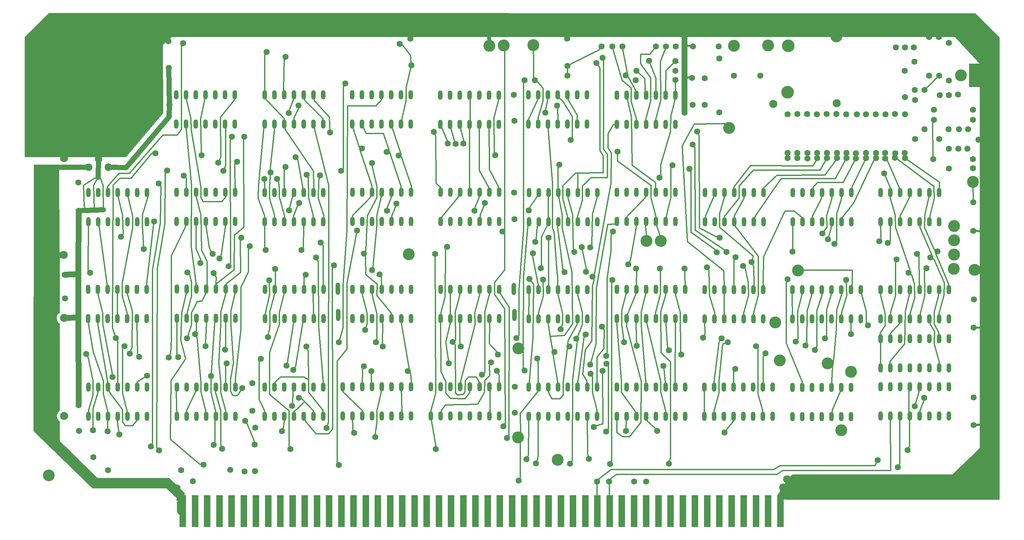
<source format=gtl>
G04 #@! TF.GenerationSoftware,KiCad,Pcbnew,8.0.6*
G04 #@! TF.CreationDate,2024-10-27T13:27:22-07:00*
G04 #@! TF.ProjectId,Dazzler1 Rev D,44617a7a-6c65-4723-9120-52657620442e,rev?*
G04 #@! TF.SameCoordinates,Original*
G04 #@! TF.FileFunction,Copper,L1,Top*
G04 #@! TF.FilePolarity,Positive*
%FSLAX46Y46*%
G04 Gerber Fmt 4.6, Leading zero omitted, Abs format (unit mm)*
G04 Created by KiCad (PCBNEW 8.0.6) date 2024-10-27 13:27:22*
%MOMM*%
%LPD*%
G01*
G04 APERTURE LIST*
G04 #@! TA.AperFunction,NonConductor*
%ADD10C,0.100000*%
G04 #@! TD*
G04 #@! TA.AperFunction,ComponentPad*
%ADD11O,1.200000X2.400000*%
G04 #@! TD*
G04 #@! TA.AperFunction,ComponentPad*
%ADD12C,3.048000*%
G04 #@! TD*
G04 #@! TA.AperFunction,ComponentPad*
%ADD13O,1.200000X3.200000*%
G04 #@! TD*
G04 #@! TA.AperFunction,ComponentPad*
%ADD14C,1.905000*%
G04 #@! TD*
G04 #@! TA.AperFunction,ComponentPad*
%ADD15O,1.905000X2.000000*%
G04 #@! TD*
G04 #@! TA.AperFunction,ConnectorPad*
%ADD16R,1.778000X8.382000*%
G04 #@! TD*
G04 #@! TA.AperFunction,ViaPad*
%ADD17C,1.600000*%
G04 #@! TD*
G04 #@! TA.AperFunction,ViaPad*
%ADD18C,3.100000*%
G04 #@! TD*
G04 #@! TA.AperFunction,ViaPad*
%ADD19C,2.032000*%
G04 #@! TD*
G04 #@! TA.AperFunction,ViaPad*
%ADD20C,2.100000*%
G04 #@! TD*
G04 #@! TA.AperFunction,ViaPad*
%ADD21C,3.300000*%
G04 #@! TD*
G04 #@! TA.AperFunction,Conductor*
%ADD22C,0.370000*%
G04 #@! TD*
G04 #@! TA.AperFunction,Conductor*
%ADD23C,0.508000*%
G04 #@! TD*
G04 #@! TA.AperFunction,Conductor*
%ADD24C,1.524000*%
G04 #@! TD*
G04 #@! TA.AperFunction,Conductor*
%ADD25C,0.609600*%
G04 #@! TD*
G04 #@! TA.AperFunction,Conductor*
%ADD26C,1.380000*%
G04 #@! TD*
G04 #@! TA.AperFunction,Conductor*
%ADD27C,2.032000*%
G04 #@! TD*
G04 #@! TA.AperFunction,Conductor*
%ADD28C,1.016000*%
G04 #@! TD*
G04 #@! TA.AperFunction,Conductor*
%ADD29C,1.370000*%
G04 #@! TD*
G04 #@! TA.AperFunction,Conductor*
%ADD30C,1.360000*%
G04 #@! TD*
G04 APERTURE END LIST*
D10*
X268300200Y-25527000D02*
X274599400Y-31800800D01*
X274599400Y-152273000D01*
X219430600Y-152273000D01*
X216839800Y-152120600D01*
X216839800Y-151155400D01*
X218719400Y-148209000D01*
X220167200Y-146177000D01*
X220802200Y-145770600D01*
X262382000Y-145770600D01*
X269468600Y-138861800D01*
X269519400Y-44653200D01*
X266649200Y-44653200D01*
X266649200Y-38633400D01*
X269468600Y-38633400D01*
X262966200Y-31597600D01*
X59055000Y-31597600D01*
X57429400Y-33096200D01*
X56743600Y-33782000D01*
X56769000Y-51536600D01*
X47142400Y-62915800D01*
X20777200Y-62915800D01*
X20777200Y-31800800D01*
X27101800Y-25476200D01*
X268300200Y-25527000D01*
G04 #@! TA.AperFunction,NonConductor*
G36*
X268300200Y-25527000D02*
G01*
X274599400Y-31800800D01*
X274599400Y-152273000D01*
X219430600Y-152273000D01*
X216839800Y-152120600D01*
X216839800Y-151155400D01*
X218719400Y-148209000D01*
X220167200Y-146177000D01*
X220802200Y-145770600D01*
X262382000Y-145770600D01*
X269468600Y-138861800D01*
X269519400Y-44653200D01*
X266649200Y-44653200D01*
X266649200Y-38633400D01*
X269468600Y-38633400D01*
X262966200Y-31597600D01*
X59055000Y-31597600D01*
X57429400Y-33096200D01*
X56743600Y-33782000D01*
X56769000Y-51536600D01*
X47142400Y-62915800D01*
X20777200Y-62915800D01*
X20777200Y-31800800D01*
X27101800Y-25476200D01*
X268300200Y-25527000D01*
G37*
G04 #@! TD.AperFunction*
X29819600Y-87884000D02*
X30861000Y-87909400D01*
X30861000Y-89204800D01*
X29895800Y-89204800D01*
X29870400Y-103581200D01*
X29489400Y-103835200D01*
X29133800Y-104343200D01*
X29108400Y-105105200D01*
X29235400Y-105740200D01*
X29514800Y-106197400D01*
X29845000Y-106451400D01*
X29870400Y-129057400D01*
X29591000Y-129311400D01*
X29337000Y-129692400D01*
X29235400Y-130022600D01*
X29133800Y-130454400D01*
X29235400Y-131140200D01*
X29641800Y-131673600D01*
X29845000Y-131851400D01*
X29845000Y-137033000D01*
X39725600Y-146685000D01*
X58420000Y-146659600D01*
X62357000Y-150596600D01*
X62357000Y-152501600D01*
X60350400Y-152527000D01*
X60350400Y-151892000D01*
X57632600Y-149352000D01*
X38404800Y-149352000D01*
X23114000Y-134391400D01*
X23190200Y-65024000D01*
X29743400Y-65024000D01*
X29819600Y-87884000D01*
G04 #@! TA.AperFunction,NonConductor*
G36*
X29819600Y-87884000D02*
G01*
X30861000Y-87909400D01*
X30861000Y-89204800D01*
X29895800Y-89204800D01*
X29870400Y-103581200D01*
X29489400Y-103835200D01*
X29133800Y-104343200D01*
X29108400Y-105105200D01*
X29235400Y-105740200D01*
X29514800Y-106197400D01*
X29845000Y-106451400D01*
X29870400Y-129057400D01*
X29591000Y-129311400D01*
X29337000Y-129692400D01*
X29235400Y-130022600D01*
X29133800Y-130454400D01*
X29235400Y-131140200D01*
X29641800Y-131673600D01*
X29845000Y-131851400D01*
X29845000Y-137033000D01*
X39725600Y-146685000D01*
X58420000Y-146659600D01*
X62357000Y-150596600D01*
X62357000Y-152501600D01*
X60350400Y-152527000D01*
X60350400Y-151892000D01*
X57632600Y-149352000D01*
X38404800Y-149352000D01*
X23114000Y-134391400D01*
X23190200Y-65024000D01*
X29743400Y-65024000D01*
X29819600Y-87884000D01*
G37*
G04 #@! TD.AperFunction*
D11*
X129133600Y-105105200D03*
X131673600Y-105105200D03*
X134213600Y-105105200D03*
X136753600Y-105105200D03*
X139293600Y-105105200D03*
X141833600Y-105105200D03*
X144373600Y-105105200D03*
X144373600Y-97485200D03*
X141833600Y-97485200D03*
X139293600Y-97485200D03*
X136753600Y-97485200D03*
X134213600Y-97485200D03*
X131673600Y-97485200D03*
X129133600Y-97485200D03*
D12*
X268351000Y-146050000D03*
D11*
X106172000Y-79806800D03*
X108712000Y-79806800D03*
X111252000Y-79806800D03*
X113792000Y-79806800D03*
X116332000Y-79806800D03*
X118872000Y-79806800D03*
X121412000Y-79806800D03*
X121412000Y-72186800D03*
X118872000Y-72186800D03*
X116332000Y-72186800D03*
X113792000Y-72186800D03*
X111252000Y-72186800D03*
X108712000Y-72186800D03*
X106172000Y-72186800D03*
X243636800Y-130505200D03*
X246176800Y-130505200D03*
X248716800Y-130505200D03*
X251256800Y-130505200D03*
X253796800Y-130505200D03*
X256336800Y-130505200D03*
X258876800Y-130505200D03*
X261416800Y-130505200D03*
X261416800Y-122885200D03*
X258876800Y-122885200D03*
X256336800Y-122885200D03*
X253796800Y-122885200D03*
X251256800Y-122885200D03*
X248716800Y-122885200D03*
X246176800Y-122885200D03*
X243636800Y-122885200D03*
X220675200Y-130657600D03*
X223215200Y-130657600D03*
X225755200Y-130657600D03*
X228295200Y-130657600D03*
X230835200Y-130657600D03*
X233375200Y-130657600D03*
X235915200Y-130657600D03*
X235915200Y-123037600D03*
X233375200Y-123037600D03*
X230835200Y-123037600D03*
X228295200Y-123037600D03*
X225755200Y-123037600D03*
X223215200Y-123037600D03*
X220675200Y-123037600D03*
X197916800Y-79908400D03*
X200456800Y-79908400D03*
X202996800Y-79908400D03*
X205536800Y-79908400D03*
X208076800Y-79908400D03*
X210616800Y-79908400D03*
X213156800Y-79908400D03*
X213156800Y-72288400D03*
X210616800Y-72288400D03*
X208076800Y-72288400D03*
X205536800Y-72288400D03*
X202996800Y-72288400D03*
X200456800Y-72288400D03*
X197916800Y-72288400D03*
X60426600Y-130581400D03*
X62966600Y-130581400D03*
X65506600Y-130581400D03*
X68046600Y-130581400D03*
X70586600Y-130581400D03*
X73126600Y-130581400D03*
X75666600Y-130581400D03*
X75666600Y-122961400D03*
X73126600Y-122961400D03*
X70586600Y-122961400D03*
X68046600Y-122961400D03*
X65506600Y-122961400D03*
X62966600Y-122961400D03*
X60426600Y-122961400D03*
X83388200Y-105105200D03*
X85928200Y-105105200D03*
X88468200Y-105105200D03*
X91008200Y-105105200D03*
X93548200Y-105105200D03*
X96088200Y-105105200D03*
X98628200Y-105105200D03*
X98628200Y-97485200D03*
X96088200Y-97485200D03*
X93548200Y-97485200D03*
X91008200Y-97485200D03*
X88468200Y-97485200D03*
X85928200Y-97485200D03*
X83388200Y-97485200D03*
D12*
X27051000Y-146050000D03*
D13*
X102414400Y-104223800D03*
X148312200Y-104198400D03*
D11*
X106070400Y-54432200D03*
X108610400Y-54432200D03*
X111150400Y-54432200D03*
X113690400Y-54432200D03*
X116230400Y-54432200D03*
X118770400Y-54432200D03*
X121310400Y-54432200D03*
X121310400Y-46812200D03*
X118770400Y-46812200D03*
X116230400Y-46812200D03*
X113690400Y-46812200D03*
X111150400Y-46812200D03*
X108610400Y-46812200D03*
X106070400Y-46812200D03*
X243687600Y-79883000D03*
X246227600Y-79883000D03*
X248767600Y-79883000D03*
X251307600Y-79883000D03*
X253847600Y-79883000D03*
X256387600Y-79883000D03*
X258927600Y-79883000D03*
X258927600Y-72263000D03*
X256387600Y-72263000D03*
X253847600Y-72263000D03*
X251307600Y-72263000D03*
X248767600Y-72263000D03*
X246227600Y-72263000D03*
X243687600Y-72263000D03*
X83261200Y-79883000D03*
X85801200Y-79883000D03*
X88341200Y-79883000D03*
X90881200Y-79883000D03*
X93421200Y-79883000D03*
X95961200Y-79883000D03*
X98501200Y-79883000D03*
X98501200Y-72263000D03*
X95961200Y-72263000D03*
X93421200Y-72263000D03*
X90881200Y-72263000D03*
X88341200Y-72263000D03*
X85801200Y-72263000D03*
X83261200Y-72263000D03*
D12*
X27203400Y-30480000D03*
D11*
X129133600Y-79832200D03*
X131673600Y-79832200D03*
X134213600Y-79832200D03*
X136753600Y-79832200D03*
X139293600Y-79832200D03*
X141833600Y-79832200D03*
X144373600Y-79832200D03*
X144373600Y-72212200D03*
X141833600Y-72212200D03*
X139293600Y-72212200D03*
X136753600Y-72212200D03*
X134213600Y-72212200D03*
X131673600Y-72212200D03*
X129133600Y-72212200D03*
D12*
X270865600Y-41757600D03*
D11*
X243636800Y-117983000D03*
X246176800Y-117983000D03*
X248716800Y-117983000D03*
X251256800Y-117983000D03*
X253796800Y-117983000D03*
X256336800Y-117983000D03*
X258876800Y-117983000D03*
X261416800Y-117983000D03*
X261416800Y-110363000D03*
X258876800Y-110363000D03*
X256336800Y-110363000D03*
X253796800Y-110363000D03*
X251256800Y-110363000D03*
X248716800Y-110363000D03*
X246176800Y-110363000D03*
X243636800Y-110363000D03*
X83286600Y-54432200D03*
X85826600Y-54432200D03*
X88366600Y-54432200D03*
X90906600Y-54432200D03*
X93446600Y-54432200D03*
X95986600Y-54432200D03*
X98526600Y-54432200D03*
X98526600Y-46812200D03*
X95986600Y-46812200D03*
X93446600Y-46812200D03*
X90906600Y-46812200D03*
X88366600Y-46812200D03*
X85826600Y-46812200D03*
X83286600Y-46812200D03*
D14*
X37465000Y-65674600D03*
D15*
X40005000Y-63474600D03*
X42545000Y-65674600D03*
D11*
X103632000Y-130530600D03*
X106172000Y-130530600D03*
X108712000Y-130530600D03*
X111252000Y-130530600D03*
X113792000Y-130530600D03*
X116332000Y-130530600D03*
X118872000Y-130530600D03*
X121412000Y-130530600D03*
X121412000Y-122910600D03*
X118872000Y-122910600D03*
X116332000Y-122910600D03*
X113792000Y-122910600D03*
X111252000Y-122910600D03*
X108712000Y-122910600D03*
X106172000Y-122910600D03*
X103632000Y-122910600D03*
X60375800Y-79806800D03*
X62915800Y-79806800D03*
X65455800Y-79806800D03*
X67995800Y-79806800D03*
X70535800Y-79806800D03*
X73075800Y-79806800D03*
X75615800Y-79806800D03*
X75615800Y-72186800D03*
X73075800Y-72186800D03*
X70535800Y-72186800D03*
X67995800Y-72186800D03*
X65455800Y-72186800D03*
X62915800Y-72186800D03*
X60375800Y-72186800D03*
X129006600Y-54457600D03*
X131546600Y-54457600D03*
X134086600Y-54457600D03*
X136626600Y-54457600D03*
X139166600Y-54457600D03*
X141706600Y-54457600D03*
X144246600Y-54457600D03*
X144246600Y-46837600D03*
X141706600Y-46837600D03*
X139166600Y-46837600D03*
X136626600Y-46837600D03*
X134086600Y-46837600D03*
X131546600Y-46837600D03*
X129006600Y-46837600D03*
X37439600Y-79883000D03*
X39979600Y-79883000D03*
X42519600Y-79883000D03*
X45059600Y-79883000D03*
X47599600Y-79883000D03*
X50139600Y-79883000D03*
X52679600Y-79883000D03*
X52679600Y-72263000D03*
X50139600Y-72263000D03*
X47599600Y-72263000D03*
X45059600Y-72263000D03*
X42519600Y-72263000D03*
X39979600Y-72263000D03*
X37439600Y-72263000D03*
D13*
X102338200Y-97365800D03*
D11*
X37363400Y-105105200D03*
X39903400Y-105105200D03*
X42443400Y-105105200D03*
X44983400Y-105105200D03*
X47523400Y-105105200D03*
X50063400Y-105105200D03*
X52603400Y-105105200D03*
X52603400Y-97485200D03*
X50063400Y-97485200D03*
X47523400Y-97485200D03*
X44983400Y-97485200D03*
X42443400Y-97485200D03*
X39903400Y-97485200D03*
X37363400Y-97485200D03*
X151993600Y-54432200D03*
X154533600Y-54432200D03*
X157073600Y-54432200D03*
X159613600Y-54432200D03*
X162153600Y-54432200D03*
X164693600Y-54432200D03*
X167233600Y-54432200D03*
X167233600Y-46812200D03*
X164693600Y-46812200D03*
X162153600Y-46812200D03*
X159613600Y-46812200D03*
X157073600Y-46812200D03*
X154533600Y-46812200D03*
X151993600Y-46812200D03*
X152019000Y-105181400D03*
X154559000Y-105181400D03*
X157099000Y-105181400D03*
X159639000Y-105181400D03*
X162179000Y-105181400D03*
X164719000Y-105181400D03*
X167259000Y-105181400D03*
X167259000Y-97561400D03*
X164719000Y-97561400D03*
X162179000Y-97561400D03*
X159639000Y-97561400D03*
X157099000Y-97561400D03*
X154559000Y-97561400D03*
X152019000Y-97561400D03*
X60299600Y-54432200D03*
X62839600Y-54432200D03*
X65379600Y-54432200D03*
X67919600Y-54432200D03*
X70459600Y-54432200D03*
X72999600Y-54432200D03*
X75539600Y-54432200D03*
X75539600Y-46812200D03*
X72999600Y-46812200D03*
X70459600Y-46812200D03*
X67919600Y-46812200D03*
X65379600Y-46812200D03*
X62839600Y-46812200D03*
X60299600Y-46812200D03*
D12*
X268528800Y-31775400D03*
D13*
X148185200Y-97416600D03*
D11*
X126542800Y-130556000D03*
X129082800Y-130556000D03*
X131622800Y-130556000D03*
X134162800Y-130556000D03*
X136702800Y-130556000D03*
X139242800Y-130556000D03*
X141782800Y-130556000D03*
X144322800Y-130556000D03*
X144322800Y-122936000D03*
X141782800Y-122936000D03*
X139242800Y-122936000D03*
X136702800Y-122936000D03*
X134162800Y-122936000D03*
X131622800Y-122936000D03*
X129082800Y-122936000D03*
X126542800Y-122936000D03*
X197764400Y-130606800D03*
X200304400Y-130606800D03*
X202844400Y-130606800D03*
X205384400Y-130606800D03*
X207924400Y-130606800D03*
X210464400Y-130606800D03*
X213004400Y-130606800D03*
X215544400Y-130606800D03*
X215544400Y-122986800D03*
X213004400Y-122986800D03*
X210464400Y-122986800D03*
X207924400Y-122986800D03*
X205384400Y-122986800D03*
X202844400Y-122986800D03*
X200304400Y-122986800D03*
X197764400Y-122986800D03*
X174955200Y-54508400D03*
X177495200Y-54508400D03*
X180035200Y-54508400D03*
X182575200Y-54508400D03*
X185115200Y-54508400D03*
X187655200Y-54508400D03*
X190195200Y-54508400D03*
X190195200Y-46888400D03*
X187655200Y-46888400D03*
X185115200Y-46888400D03*
X182575200Y-46888400D03*
X180035200Y-46888400D03*
X177495200Y-46888400D03*
X174955200Y-46888400D03*
X60477400Y-105029000D03*
X63017400Y-105029000D03*
X65557400Y-105029000D03*
X68097400Y-105029000D03*
X70637400Y-105029000D03*
X73177400Y-105029000D03*
X75717400Y-105029000D03*
X75717400Y-97409000D03*
X73177400Y-97409000D03*
X70637400Y-97409000D03*
X68097400Y-97409000D03*
X65557400Y-97409000D03*
X63017400Y-97409000D03*
X60477400Y-97409000D03*
X152095200Y-79908400D03*
X154635200Y-79908400D03*
X157175200Y-79908400D03*
X159715200Y-79908400D03*
X162255200Y-79908400D03*
X164795200Y-79908400D03*
X167335200Y-79908400D03*
X169875200Y-79908400D03*
X169875200Y-72288400D03*
X167335200Y-72288400D03*
X164795200Y-72288400D03*
X162255200Y-72288400D03*
X159715200Y-72288400D03*
X157175200Y-72288400D03*
X154635200Y-72288400D03*
X152095200Y-72288400D03*
X175006000Y-79832200D03*
X177546000Y-79832200D03*
X180086000Y-79832200D03*
X182626000Y-79832200D03*
X185166000Y-79832200D03*
X187706000Y-79832200D03*
X190246000Y-79832200D03*
X190246000Y-72212200D03*
X187706000Y-72212200D03*
X185166000Y-72212200D03*
X182626000Y-72212200D03*
X180086000Y-72212200D03*
X177546000Y-72212200D03*
X175006000Y-72212200D03*
X243687600Y-105181400D03*
X246227600Y-105181400D03*
X248767600Y-105181400D03*
X251307600Y-105181400D03*
X253847600Y-105181400D03*
X256387600Y-105181400D03*
X258927600Y-105181400D03*
X261467600Y-105181400D03*
X261467600Y-97561400D03*
X258927600Y-97561400D03*
X256387600Y-97561400D03*
X253847600Y-97561400D03*
X251307600Y-97561400D03*
X248767600Y-97561400D03*
X246227600Y-97561400D03*
X243687600Y-97561400D03*
X174955200Y-130632200D03*
X177495200Y-130632200D03*
X180035200Y-130632200D03*
X182575200Y-130632200D03*
X185115200Y-130632200D03*
X187655200Y-130632200D03*
X190195200Y-130632200D03*
X192735200Y-130632200D03*
X192735200Y-123012200D03*
X190195200Y-123012200D03*
X187655200Y-123012200D03*
X185115200Y-123012200D03*
X182575200Y-123012200D03*
X180035200Y-123012200D03*
X177495200Y-123012200D03*
X174955200Y-123012200D03*
X37414200Y-130581400D03*
X39954200Y-130581400D03*
X42494200Y-130581400D03*
X45034200Y-130581400D03*
X47574200Y-130581400D03*
X50114200Y-130581400D03*
X52654200Y-130581400D03*
X52654200Y-122961400D03*
X50114200Y-122961400D03*
X47574200Y-122961400D03*
X45034200Y-122961400D03*
X42494200Y-122961400D03*
X39954200Y-122961400D03*
X37414200Y-122961400D03*
X83261200Y-130632200D03*
X85801200Y-130632200D03*
X88341200Y-130632200D03*
X90881200Y-130632200D03*
X93421200Y-130632200D03*
X95961200Y-130632200D03*
X98501200Y-130632200D03*
X98501200Y-123012200D03*
X95961200Y-123012200D03*
X93421200Y-123012200D03*
X90881200Y-123012200D03*
X88341200Y-123012200D03*
X85801200Y-123012200D03*
X83261200Y-123012200D03*
X152069800Y-130606800D03*
X154609800Y-130606800D03*
X157149800Y-130606800D03*
X159689800Y-130606800D03*
X162229800Y-130606800D03*
X164769800Y-130606800D03*
X167309800Y-130606800D03*
X169849800Y-130606800D03*
X169849800Y-122986800D03*
X167309800Y-122986800D03*
X164769800Y-122986800D03*
X162229800Y-122986800D03*
X159689800Y-122986800D03*
X157149800Y-122986800D03*
X154609800Y-122986800D03*
X152069800Y-122986800D03*
X197815200Y-105181400D03*
X200355200Y-105181400D03*
X202895200Y-105181400D03*
X205435200Y-105181400D03*
X207975200Y-105181400D03*
X210515200Y-105181400D03*
X213055200Y-105181400D03*
X213055200Y-97561400D03*
X210515200Y-97561400D03*
X207975200Y-97561400D03*
X205435200Y-97561400D03*
X202895200Y-97561400D03*
X200355200Y-97561400D03*
X197815200Y-97561400D03*
X174980600Y-105130600D03*
X177520600Y-105130600D03*
X180060600Y-105130600D03*
X182600600Y-105130600D03*
X185140600Y-105130600D03*
X187680600Y-105130600D03*
X190220600Y-105130600D03*
X192760600Y-105130600D03*
X192760600Y-97510600D03*
X190220600Y-97510600D03*
X187680600Y-97510600D03*
X185140600Y-97510600D03*
X182600600Y-97510600D03*
X180060600Y-97510600D03*
X177520600Y-97510600D03*
X174980600Y-97510600D03*
D16*
X61976000Y-155321000D03*
X65151000Y-155321000D03*
X68326000Y-155321000D03*
X71501000Y-155321000D03*
X74676000Y-155321000D03*
X77851000Y-155321000D03*
X81026000Y-155321000D03*
X84201000Y-155321000D03*
X87376000Y-155321000D03*
X90551000Y-155321000D03*
X93726000Y-155321000D03*
X96901000Y-155321000D03*
X100076000Y-155321000D03*
X103251000Y-155321000D03*
X106426000Y-155321000D03*
X109601000Y-155321000D03*
X112776000Y-155321000D03*
X115951000Y-155321000D03*
X119126000Y-155321000D03*
X122301000Y-155321000D03*
X125476000Y-155321000D03*
X128651000Y-155321000D03*
X131826000Y-155321000D03*
X135001000Y-155321000D03*
X138176000Y-155321000D03*
X141351000Y-155321000D03*
X144526000Y-155321000D03*
X147701000Y-155321000D03*
X150876000Y-155321000D03*
X154051000Y-155321000D03*
X157226000Y-155321000D03*
X160401000Y-155321000D03*
X163576000Y-155321000D03*
X166751000Y-155321000D03*
X169926000Y-155321000D03*
X173101000Y-155321000D03*
X176276000Y-155321000D03*
X179451000Y-155321000D03*
X182626000Y-155321000D03*
X185801000Y-155321000D03*
X188976000Y-155321000D03*
X192151000Y-155321000D03*
X195326000Y-155321000D03*
X198501000Y-155321000D03*
X201676000Y-155321000D03*
X204851000Y-155321000D03*
X208026000Y-155321000D03*
X211201000Y-155321000D03*
X214376000Y-155321000D03*
X217551000Y-155321000D03*
D11*
X106121200Y-105130600D03*
X108661200Y-105130600D03*
X111201200Y-105130600D03*
X113741200Y-105130600D03*
X116281200Y-105130600D03*
X118821200Y-105130600D03*
X121361200Y-105130600D03*
X121361200Y-97510600D03*
X118821200Y-97510600D03*
X116281200Y-97510600D03*
X113741200Y-97510600D03*
X111201200Y-97510600D03*
X108661200Y-97510600D03*
X106121200Y-97510600D03*
X220827600Y-79883000D03*
X223367600Y-79883000D03*
X225907600Y-79883000D03*
X228447600Y-79883000D03*
X230987600Y-79883000D03*
X233527600Y-79883000D03*
X236067600Y-79883000D03*
X236067600Y-72263000D03*
X233527600Y-72263000D03*
X230987600Y-72263000D03*
X228447600Y-72263000D03*
X225907600Y-72263000D03*
X223367600Y-72263000D03*
X220827600Y-72263000D03*
X220726000Y-105181400D03*
X223266000Y-105181400D03*
X225806000Y-105181400D03*
X228346000Y-105181400D03*
X230886000Y-105181400D03*
X233426000Y-105181400D03*
X235966000Y-105181400D03*
X238506000Y-105181400D03*
X238506000Y-97561400D03*
X235966000Y-97561400D03*
X233426000Y-97561400D03*
X230886000Y-97561400D03*
X228346000Y-97561400D03*
X225806000Y-97561400D03*
X223266000Y-97561400D03*
X220726000Y-97561400D03*
D17*
X234746800Y-63322200D03*
X256641600Y-89230200D03*
X267817600Y-82296000D03*
X162153600Y-39243000D03*
X263779000Y-46736000D03*
X143738600Y-118770400D03*
X121513600Y-39116000D03*
X139852400Y-119761000D03*
X66522600Y-90678000D03*
X131216400Y-116814600D03*
X34975800Y-134391400D03*
D18*
X216204800Y-106172000D03*
D19*
X219278200Y-146989800D03*
D17*
X228523800Y-82956400D03*
X264033000Y-55778400D03*
X183362600Y-37871400D03*
X250037600Y-47371000D03*
X239826800Y-61976000D03*
X192608200Y-92075000D03*
X159410400Y-49555400D03*
X168122600Y-119507000D03*
X229666800Y-61976000D03*
X249961400Y-61976000D03*
X192633600Y-51435000D03*
X186080400Y-68402200D03*
X250698000Y-139395200D03*
X219430600Y-51841400D03*
X176885600Y-111328200D03*
X58318400Y-39751000D03*
D18*
X204241400Y-55448200D03*
D17*
X266446000Y-55778400D03*
D18*
X268147800Y-92379800D03*
D17*
X210083400Y-90398600D03*
X176428400Y-34163000D03*
X249910600Y-40538400D03*
D19*
X218262200Y-149174200D03*
D17*
X34747200Y-69621400D03*
X167741600Y-141681200D03*
X58242200Y-32842200D03*
X80645000Y-137998200D03*
X256260600Y-41783000D03*
X232283000Y-61976000D03*
X84810600Y-67005200D03*
X42392600Y-134518400D03*
X227126800Y-61976000D03*
X239877600Y-51841400D03*
X62255400Y-67843400D03*
X172212000Y-114884200D03*
X257403600Y-63525400D03*
X79425800Y-86258400D03*
X221970600Y-61976000D03*
X213664800Y-114198400D03*
X164439600Y-110388400D03*
X148336000Y-53543200D03*
X37820600Y-93218000D03*
X191744600Y-114503200D03*
X252450600Y-38125400D03*
D18*
X267741400Y-69443600D03*
D17*
X145211800Y-82448400D03*
X237464600Y-51841400D03*
X235940600Y-109169200D03*
X267690600Y-50698400D03*
X247446800Y-62001400D03*
D20*
X31089600Y-63296800D03*
D17*
X173837600Y-95021400D03*
X73431400Y-116789200D03*
X202996800Y-134823200D03*
X267919200Y-100101400D03*
X203504800Y-87757000D03*
X100304600Y-56591200D03*
X229971600Y-84480400D03*
X86029800Y-92151200D03*
X134391400Y-112395000D03*
X185521600Y-134391400D03*
X65201800Y-109194600D03*
X258470400Y-87604600D03*
X247624600Y-34442400D03*
X179984400Y-92075000D03*
X155803600Y-94945200D03*
X205841600Y-118262400D03*
X263906000Y-60858400D03*
X142214600Y-116535200D03*
D18*
X212140800Y-27965400D03*
D17*
X200964800Y-87833200D03*
X162966400Y-58572400D03*
X153136600Y-88138000D03*
X36804600Y-114325400D03*
X258927600Y-41783000D03*
X267893800Y-125679200D03*
D18*
X232156000Y-31521400D03*
D17*
X161391600Y-93040200D03*
X113182400Y-93624400D03*
X162839400Y-142951200D03*
X140589000Y-74980800D03*
X31216600Y-93649800D03*
D20*
X30937200Y-88493600D03*
D17*
X74345800Y-144551400D03*
D18*
X83616800Y-28752800D03*
D17*
X234696000Y-95021400D03*
X248183400Y-143916400D03*
X150977600Y-118694200D03*
X112064800Y-135991600D03*
X109143800Y-88163400D03*
X88747600Y-36855400D03*
X69316600Y-120091200D03*
X173786800Y-34188400D03*
D18*
X159613600Y-141909800D03*
D17*
X245541800Y-85420200D03*
X150977600Y-42951400D03*
X67868800Y-112344200D03*
X78079600Y-145008600D03*
X154279600Y-115544600D03*
X165836600Y-86487000D03*
X42519600Y-144678400D03*
X219430600Y-63322200D03*
X190347600Y-34163000D03*
D18*
X262763000Y-84734400D03*
D17*
X252552200Y-127939800D03*
X212318600Y-41783000D03*
X182600600Y-147650200D03*
X83235800Y-68732400D03*
X201650600Y-37338000D03*
X190246000Y-40538400D03*
X250037600Y-34442400D03*
X197866000Y-42443400D03*
X118440200Y-33528000D03*
X127685800Y-88290400D03*
X201625200Y-51333400D03*
D18*
X235966000Y-118999000D03*
D17*
X179451000Y-147650200D03*
X169646600Y-38506400D03*
X267690600Y-63525400D03*
X229209600Y-110261400D03*
X90424000Y-127914400D03*
X96697800Y-89179400D03*
X234670600Y-51841400D03*
X266293600Y-60833000D03*
X109448600Y-108102400D03*
X111226600Y-64592200D03*
X127812800Y-139141200D03*
X31343600Y-99898200D03*
X72517000Y-66624200D03*
X80060800Y-129184400D03*
X94157800Y-112369600D03*
X252603000Y-58318400D03*
X133019800Y-59537600D03*
X255117600Y-45491400D03*
X201523600Y-34188400D03*
X219405200Y-94843600D03*
X69977000Y-138074400D03*
X94208600Y-67640200D03*
X250037600Y-63271400D03*
X255016000Y-125780800D03*
X80111600Y-121996200D03*
X156362400Y-51460400D03*
D18*
X222123000Y-92557600D03*
D17*
X97663000Y-67767200D03*
D18*
X120827800Y-88366600D03*
D17*
X173990000Y-82448400D03*
X88950800Y-117373400D03*
X46786800Y-112293400D03*
X227050600Y-51841400D03*
X194792600Y-34163000D03*
X257530600Y-53340000D03*
X258927600Y-58318400D03*
X86537800Y-68681600D03*
X166928800Y-92964000D03*
X197840600Y-49428400D03*
X219430600Y-61976000D03*
X234746800Y-61976000D03*
X250977400Y-93141800D03*
X148386800Y-122885200D03*
X153898600Y-142849600D03*
X89636600Y-76962000D03*
X87782400Y-134493000D03*
X80721200Y-144881600D03*
X269113000Y-58445400D03*
X83794600Y-35585400D03*
X224586800Y-63398400D03*
X237236000Y-63398400D03*
X84480400Y-95148400D03*
X189484000Y-65176400D03*
X171119800Y-107213400D03*
X267893800Y-132867400D03*
X247370600Y-51816000D03*
X51790600Y-87020400D03*
X84124800Y-109931200D03*
X83566000Y-87274400D03*
X244881400Y-63398400D03*
X109143800Y-117551200D03*
X267817600Y-74828400D03*
X195935600Y-56388000D03*
X38658800Y-141249400D03*
X168630600Y-94183200D03*
X50596800Y-115138200D03*
X173253400Y-143027400D03*
X69977000Y-93243400D03*
X198475600Y-91770200D03*
X77444600Y-123266200D03*
X197408800Y-110109000D03*
X130962400Y-59512200D03*
X239826800Y-63322200D03*
X171297600Y-118770400D03*
X168960800Y-133375400D03*
D20*
X31038800Y-104927400D03*
D17*
X229717600Y-63322200D03*
X203885800Y-111277400D03*
D21*
X219430600Y-46075600D03*
D17*
X211251800Y-112293400D03*
X172262800Y-116916200D03*
X247421400Y-63246000D03*
X34848800Y-127762000D03*
X172948600Y-147650200D03*
X89585800Y-51511200D03*
D18*
X145516600Y-33883600D03*
D17*
X194741800Y-49428400D03*
X267690600Y-53340000D03*
X90017600Y-139141200D03*
X58470800Y-49403000D03*
X232130600Y-51816000D03*
X103225600Y-66624200D03*
X247827800Y-89738200D03*
X152069800Y-76936600D03*
X261467600Y-46863000D03*
X194716400Y-59715400D03*
X242493800Y-63322200D03*
X220700600Y-87655400D03*
X61569600Y-144627600D03*
X135051800Y-59512200D03*
X250037600Y-51841400D03*
X88696800Y-65557400D03*
X162026600Y-32156400D03*
X117602000Y-75107800D03*
X60807600Y-115214400D03*
X82270600Y-115646200D03*
X153644600Y-42951400D03*
X132257800Y-111252000D03*
X92252800Y-75006200D03*
X92887800Y-87223600D03*
X91363800Y-63017400D03*
X93980000Y-93700600D03*
X177977800Y-90957400D03*
X55753000Y-139522200D03*
X257556000Y-50673000D03*
X112242600Y-111277400D03*
X102590600Y-111328200D03*
X34874200Y-76987400D03*
X155168600Y-91973400D03*
X127304800Y-56464200D03*
X148869400Y-110185200D03*
X261467600Y-33223200D03*
X45440600Y-135382000D03*
X76123800Y-64211200D03*
X256311400Y-31724600D03*
X53695600Y-138506200D03*
X187807600Y-34163000D03*
X261467600Y-66040000D03*
D18*
X182676800Y-84912200D03*
D17*
X193852800Y-66090800D03*
X190220600Y-42926000D03*
D18*
X217449400Y-116001800D03*
D17*
X107365800Y-82169000D03*
X261467600Y-43053000D03*
X232308400Y-63322200D03*
D18*
X264541000Y-41681400D03*
D17*
X73914000Y-91465400D03*
X52679600Y-119989600D03*
X143992600Y-114554000D03*
X242874800Y-142036800D03*
X168046400Y-117170200D03*
X104267000Y-43840400D03*
X186156600Y-92075000D03*
X58343800Y-115265200D03*
X207822800Y-91389200D03*
X115036600Y-61722000D03*
X162661600Y-112420400D03*
D18*
X229870000Y-116840000D03*
D17*
X63042800Y-110261400D03*
D18*
X149225000Y-136118600D03*
D17*
X160375600Y-107950000D03*
X187096400Y-117475000D03*
X152247600Y-94818200D03*
X66852800Y-62560200D03*
X146354800Y-136271000D03*
X72999600Y-113284000D03*
X244576600Y-67284600D03*
X224510600Y-51816000D03*
X48183800Y-114249200D03*
X258851400Y-31699200D03*
X259054600Y-46863000D03*
X179933600Y-42951400D03*
X229590600Y-51816000D03*
X267893800Y-107467400D03*
X261340600Y-55778400D03*
X171043600Y-34188400D03*
X92176600Y-125806200D03*
X157200600Y-84023200D03*
X101371400Y-91211400D03*
X67360800Y-143256000D03*
X111099600Y-118872000D03*
X221538800Y-111150400D03*
X252323600Y-34417000D03*
X188569600Y-142951200D03*
X57861200Y-66548000D03*
X77216000Y-84023200D03*
X34747200Y-102336600D03*
X224586800Y-61976000D03*
X130810000Y-86436200D03*
X180060600Y-40538400D03*
X255117600Y-55778400D03*
X148310600Y-79197200D03*
X72237600Y-139065000D03*
X162153600Y-41783000D03*
X242468400Y-61950600D03*
X201777600Y-84074000D03*
X252577600Y-45491400D03*
X77978000Y-57734200D03*
X148437600Y-129692400D03*
X111226600Y-92532200D03*
X205460600Y-41783000D03*
X253161800Y-88265000D03*
X64617600Y-147523200D03*
X102590600Y-143281400D03*
X190220600Y-37973000D03*
X231622600Y-85674200D03*
X121259600Y-32156400D03*
D18*
X153263600Y-33858200D03*
D17*
X180136800Y-112268000D03*
X151485600Y-141757400D03*
X185140600Y-34188400D03*
X80822800Y-133604000D03*
X71221600Y-64516000D03*
X145465800Y-133197600D03*
X267690600Y-65938400D03*
X118211600Y-62636400D03*
X202234800Y-110261400D03*
X74777600Y-57734200D03*
X242417600Y-51841400D03*
X44551600Y-110185200D03*
X244830600Y-61976000D03*
X148132800Y-46812200D03*
D18*
X262737600Y-92202000D03*
X149301200Y-112877600D03*
X186385200Y-84861400D03*
D17*
X171297600Y-37109400D03*
D21*
X219608400Y-33959800D03*
D17*
X159994600Y-64973200D03*
X166852600Y-109245400D03*
X149402800Y-147345400D03*
X227126800Y-63322200D03*
X175183800Y-61595000D03*
X163931600Y-87757000D03*
X115112800Y-76987400D03*
D18*
X141808200Y-33985200D03*
D17*
X92100400Y-49555400D03*
X243306600Y-84988400D03*
X38633400Y-134239000D03*
X205892400Y-89103200D03*
D20*
X232232200Y-49022000D03*
D17*
X255574800Y-92024200D03*
D18*
X233451400Y-134239000D03*
D17*
X221945200Y-51816000D03*
X158724600Y-113817400D03*
X188518800Y-113411000D03*
X194538600Y-42418000D03*
D20*
X215722200Y-49149000D03*
D17*
X54838600Y-62052200D03*
D18*
X214325200Y-33934400D03*
D17*
X177342800Y-134442200D03*
X106603800Y-134899400D03*
D18*
X262788400Y-81026000D03*
X205460600Y-33959800D03*
D17*
X237210600Y-62026800D03*
X168071800Y-86614000D03*
X45847000Y-83769200D03*
X172186600Y-134569200D03*
X240334800Y-106934000D03*
X114020600Y-112369600D03*
X108635800Y-60731400D03*
D18*
X262763000Y-88417400D03*
D17*
X153771600Y-85166200D03*
X143357600Y-62509400D03*
X55727600Y-69875400D03*
X63144400Y-93091000D03*
X177292000Y-41732200D03*
X226542600Y-113309400D03*
X97891600Y-85318600D03*
X99415600Y-133680200D03*
X169849800Y-147650200D03*
X78206600Y-131775200D03*
X90779600Y-118516400D03*
X252603000Y-48158400D03*
X120548400Y-118821200D03*
X261467600Y-60858400D03*
X224078800Y-112166400D03*
X148234400Y-72237600D03*
X244957600Y-51841400D03*
X137947400Y-77012800D03*
D20*
X31038800Y-130530600D03*
X60375800Y-149377400D03*
D17*
X54533800Y-79832200D03*
X222021400Y-63322200D03*
X71551800Y-89484200D03*
X69773800Y-88290400D03*
X43662600Y-120345200D03*
X62077600Y-33299400D03*
D22*
X163499800Y-121005600D02*
X163372800Y-142087600D01*
X144348200Y-121234200D02*
X144373600Y-120523000D01*
X111099600Y-118872000D02*
X111074200Y-121513600D01*
X169113200Y-93522800D02*
X173482000Y-69773800D01*
X98526600Y-95580200D02*
X98501200Y-86055200D01*
X208076800Y-72288400D02*
X208076800Y-73761600D01*
X134315200Y-121412000D02*
X138074400Y-106654600D01*
X162153600Y-46812200D02*
X162280600Y-48082200D01*
X172542200Y-62382400D02*
X172567600Y-68376800D01*
X137998200Y-103555800D02*
X139242800Y-98933000D01*
X246227600Y-72263000D02*
X246202200Y-73787000D01*
X235966000Y-97561400D02*
X236321600Y-96012000D01*
X95986600Y-54432200D02*
X96342200Y-55930800D01*
X213106000Y-115087400D02*
X213664800Y-114198400D01*
X156692600Y-81153000D02*
X157175200Y-79908400D01*
X202996800Y-134823200D02*
X203708000Y-133934200D01*
X186537600Y-114071400D02*
X188950600Y-116408200D01*
X60426600Y-130581400D02*
X60299600Y-124409200D01*
X114020600Y-106680000D02*
X113741200Y-105130600D01*
X94640400Y-113766600D02*
X94589600Y-113411000D01*
X230835200Y-123037600D02*
X231140000Y-117779800D01*
X66675000Y-70916800D02*
X64185800Y-55829200D01*
X62687200Y-115620800D02*
X58928000Y-121310400D01*
X245541800Y-85420200D02*
X246202200Y-84912200D01*
X44983400Y-97485200D02*
X44983400Y-105105200D01*
X247446800Y-78105000D02*
X247523000Y-81305400D01*
X205867000Y-81127600D02*
X211861400Y-88849200D01*
D23*
X193802000Y-42240200D02*
X192622656Y-42657544D01*
D22*
X135432800Y-126034800D02*
X136753600Y-124358400D01*
X112217200Y-49682400D02*
X104851200Y-49657000D01*
X210515200Y-66395600D02*
X206832200Y-70586600D01*
X83286600Y-54432200D02*
X83032600Y-55829200D01*
X159918400Y-73736200D02*
X160807400Y-78079600D01*
X160934400Y-92303600D02*
X161391600Y-93040200D01*
X104724200Y-113106200D02*
X104724200Y-96012000D01*
X211048600Y-78333600D02*
X210616800Y-79908400D01*
X159689800Y-98856800D02*
X159639000Y-97561400D01*
X210515200Y-103886000D02*
X210515200Y-105181400D01*
X88671400Y-55880000D02*
X88366600Y-54432200D01*
X186080400Y-68402200D02*
X186385200Y-67792600D01*
X41148000Y-103682800D02*
X39954200Y-99034600D01*
X187655200Y-99034600D02*
X186385200Y-103378000D01*
X188849000Y-141732000D02*
X188569600Y-142951200D01*
X58775600Y-114274600D02*
X58902600Y-113106200D01*
X145211800Y-82448400D02*
X145796000Y-81915000D01*
X141808200Y-111709200D02*
X143637000Y-113690400D01*
X254939800Y-126517400D02*
X253898400Y-129184400D01*
X155168600Y-91973400D02*
X155321000Y-91160600D01*
X129082800Y-106375200D02*
X129159000Y-118897400D01*
X160578800Y-48158400D02*
X160248600Y-47879000D01*
X132638800Y-58674000D02*
X133019800Y-59537600D01*
X137947400Y-77012800D02*
X138150600Y-75946000D01*
X96342200Y-55930800D02*
X99974400Y-70408800D01*
X164744400Y-78460600D02*
X164795200Y-79908400D01*
X73177400Y-106476800D02*
X73177400Y-105029000D01*
X83794600Y-35585400D02*
X83286600Y-36474400D01*
X75209400Y-116636800D02*
X74422000Y-120954800D01*
X223367600Y-79883000D02*
X223342200Y-78841600D01*
X153898600Y-142849600D02*
X154228800Y-142011400D01*
X153644600Y-42951400D02*
X153289000Y-42113200D01*
X181178200Y-38658800D02*
X183794400Y-42418000D01*
X145745200Y-82981800D02*
X145821400Y-92456000D01*
D24*
X34757410Y-104891790D02*
X34848800Y-127762000D01*
D22*
X95935800Y-98806000D02*
X96088200Y-97485200D01*
X157099000Y-73634600D02*
X157175200Y-72288400D01*
X202234800Y-110261400D02*
X201726800Y-110998000D01*
X93192600Y-106248200D02*
X93548200Y-105105200D01*
X74396600Y-90601800D02*
X74345800Y-58547000D01*
X182575200Y-123012200D02*
X182549800Y-121513600D01*
X185140600Y-34188400D02*
X183591200Y-36169600D01*
X183591200Y-36169600D02*
X181152800Y-36169600D01*
X189052200Y-52400200D02*
X190042800Y-48336200D01*
X87071200Y-71297800D02*
X87122000Y-73355200D01*
X186385200Y-67792600D02*
X186385200Y-65024000D01*
X209296000Y-99034600D02*
X208026000Y-103682800D01*
X42494200Y-122961400D02*
X42900600Y-124307600D01*
X62077600Y-33299400D02*
X61620400Y-34010600D01*
X77216000Y-84023200D02*
X76987400Y-84836000D01*
X183896000Y-70434200D02*
X183896000Y-73685400D01*
X235940600Y-109169200D02*
X235966000Y-105181400D01*
X224078800Y-112166400D02*
X224434400Y-111455200D01*
X174675800Y-80492600D02*
X172618400Y-80543400D01*
X159639000Y-65709800D02*
X159689800Y-70916800D01*
X71882000Y-103301800D02*
X71882000Y-106756200D01*
X73914000Y-91465400D02*
X74396600Y-90601800D01*
X121208800Y-36423600D02*
X121386600Y-38150800D01*
X160909000Y-73964800D02*
X162102800Y-78486000D01*
X178689000Y-45008800D02*
X176326800Y-42976800D01*
X71780400Y-52628800D02*
X75361800Y-48209200D01*
X162229800Y-111607600D02*
X162331400Y-110998000D01*
X94665800Y-68351400D02*
X94208600Y-67640200D01*
X177292000Y-41732200D02*
X177977800Y-42087800D01*
X74472800Y-103149400D02*
X74498200Y-106578400D01*
X145745200Y-37388800D02*
X145745200Y-35534600D01*
X114020600Y-112369600D02*
X113944400Y-111429800D01*
X114223800Y-56819800D02*
X115620800Y-61087000D01*
X155803600Y-48412400D02*
X155803600Y-45085000D01*
X177977800Y-90957400D02*
X178536600Y-89916000D01*
X71882000Y-138074400D02*
X72237600Y-139065000D01*
X146939000Y-102133400D02*
X144881600Y-98907600D01*
X174980600Y-105130600D02*
X175031400Y-106527600D01*
X96697800Y-89179400D02*
X97155000Y-90043000D01*
X73152000Y-55803800D02*
X72999600Y-54432200D01*
X201726800Y-110998000D02*
X201574400Y-111328200D01*
X234696000Y-95021400D02*
X234848400Y-99110800D01*
X258851400Y-108762800D02*
X257632200Y-106553000D01*
X154381200Y-141452600D02*
X154482800Y-140792200D01*
X255168400Y-99085400D02*
X254050800Y-103530400D01*
X257632200Y-103454200D02*
X258699000Y-99161600D01*
X116281200Y-105130600D02*
X116205000Y-103682800D01*
X154482800Y-121564400D02*
X154482800Y-116509800D01*
X51460400Y-78130400D02*
X52806600Y-73660000D01*
X86029800Y-92151200D02*
X86106000Y-93014800D01*
X158267400Y-81381600D02*
X158318200Y-81737200D01*
X255574800Y-92024200D02*
X255066800Y-92481400D01*
X86106000Y-93014800D02*
X86055200Y-96088200D01*
X154330400Y-43408600D02*
X153644600Y-42951400D01*
X136804400Y-48183800D02*
X136804400Y-52933600D01*
X168630600Y-94183200D02*
X169113200Y-93522800D01*
X239395000Y-64211200D02*
X239826800Y-63322200D01*
X202895200Y-97561400D02*
X202869800Y-92633800D01*
X208407000Y-92075000D02*
X209169000Y-95707200D01*
X221132400Y-77114400D02*
X218795600Y-77114400D01*
X168605200Y-96647000D02*
X169062400Y-95046800D01*
X66446400Y-143103600D02*
X67360800Y-143256000D01*
X83286600Y-46812200D02*
X83667600Y-47929800D01*
X167005000Y-92125800D02*
X166928800Y-92964000D01*
X103225600Y-66624200D02*
X103809800Y-65938400D01*
X170611800Y-61341000D02*
X170611800Y-39954200D01*
X94691200Y-73583800D02*
X94665800Y-68351400D01*
X121513600Y-121386600D02*
X121412000Y-122910600D01*
X136804400Y-52933600D02*
X136626600Y-54457600D01*
X97332800Y-69215000D02*
X97282000Y-73812400D01*
X66725800Y-73660000D02*
X66675000Y-70916800D01*
X83667600Y-47929800D02*
X88366600Y-52959000D01*
X150596600Y-113766600D02*
X149301200Y-112877600D01*
X64287400Y-103606600D02*
X65786000Y-100609400D01*
X167335200Y-140512800D02*
X167335200Y-140106400D01*
X48818800Y-103149400D02*
X48793400Y-112598200D01*
X173507400Y-144526000D02*
X170434000Y-146888200D01*
X195935600Y-56388000D02*
X196265800Y-57073800D01*
X93929200Y-131978400D02*
X96697800Y-135153400D01*
X127914400Y-69799200D02*
X128219200Y-70180200D01*
X90627200Y-124434600D02*
X90881200Y-123012200D01*
X160883600Y-103657400D02*
X159689800Y-98856800D01*
X80568800Y-137160000D02*
X78714600Y-132537200D01*
X154305000Y-124282200D02*
X149885400Y-129844800D01*
X66675000Y-121920000D02*
X65684400Y-110032800D01*
X160985200Y-121716800D02*
X160985200Y-124993400D01*
X74345800Y-58547000D02*
X74777600Y-57734200D01*
X70332600Y-137261600D02*
X70332600Y-131927600D01*
X67894200Y-98729800D02*
X68097400Y-97409000D01*
X73025000Y-81254600D02*
X71958200Y-88671400D01*
X129006600Y-70866000D02*
X129133600Y-72212200D01*
X116255800Y-73634600D02*
X116332000Y-72186800D01*
X201726800Y-77673200D02*
X201726800Y-81305400D01*
X202539600Y-111988600D02*
X202641200Y-111734600D01*
X164541200Y-51943000D02*
X164668200Y-52222400D01*
X96697800Y-135153400D02*
X99999800Y-135153400D01*
X233476800Y-73787000D02*
X233527600Y-72263000D01*
X171500800Y-60960000D02*
X172542200Y-62382400D01*
X130352800Y-87274400D02*
X130810000Y-86436200D01*
X53695600Y-138506200D02*
X54102000Y-137515600D01*
X233730800Y-78689200D02*
X236728000Y-74930000D01*
X92887800Y-87223600D02*
X93370400Y-86537800D01*
X159613600Y-54432200D02*
X159639000Y-52832000D01*
X90779600Y-48133000D02*
X90906600Y-46812200D01*
X210515200Y-97561400D02*
X210693000Y-95961200D01*
D25*
X268579600Y-132765800D02*
X270027400Y-132689600D01*
D22*
X118440200Y-33528000D02*
X119253000Y-33909000D01*
X86537800Y-68681600D02*
X86918800Y-69646800D01*
X118211600Y-62636400D02*
X118745000Y-62204600D01*
X201574400Y-124510800D02*
X201549000Y-121513600D01*
X113690400Y-94361000D02*
X113182400Y-93624400D01*
X201752200Y-54330600D02*
X203174600Y-54330600D01*
X65684400Y-110032800D02*
X65201800Y-109194600D01*
X130835400Y-58978800D02*
X130759200Y-58623200D01*
X202895200Y-105181400D02*
X202895200Y-97561400D01*
X181305200Y-121488200D02*
X177520600Y-107162600D01*
X164668200Y-106603800D02*
X164719000Y-105181400D01*
X144322800Y-120015000D02*
X144246600Y-119608600D01*
X217525600Y-143510000D02*
X215773000Y-144500600D01*
X153771600Y-85166200D02*
X153974800Y-84201000D01*
X75488800Y-98882200D02*
X74472800Y-103149400D01*
X149885400Y-137541000D02*
X149225000Y-136118600D01*
X127812800Y-124485400D02*
X126593600Y-129260600D01*
X183794400Y-42418000D02*
X183819800Y-48387000D01*
X126771400Y-131826000D02*
X126542800Y-130556000D01*
X182676800Y-84912200D02*
X182727600Y-83388200D01*
X42316400Y-70739000D02*
X42519600Y-72263000D01*
X76123800Y-64211200D02*
X75514200Y-64871600D01*
X251231400Y-138303000D02*
X251231400Y-137998200D01*
X160578800Y-107213400D02*
X160807400Y-106832400D01*
X186410600Y-124358400D02*
X186410600Y-121513600D01*
X228396800Y-98983800D02*
X227101400Y-103073200D01*
X84582000Y-98933000D02*
X83464400Y-103759000D01*
X121412000Y-72186800D02*
X121513600Y-70561200D01*
X251307600Y-92329000D02*
X250977400Y-93141800D01*
X168503600Y-85775800D02*
X168071800Y-86614000D01*
X196494400Y-81457800D02*
X200787000Y-83769200D01*
D26*
X47193200Y-65709800D02*
X58445400Y-52501800D01*
D22*
X234746800Y-63322200D02*
X231876600Y-68630800D01*
X104851200Y-49657000D02*
X104698800Y-82169000D01*
X134137400Y-106426000D02*
X134213600Y-105105200D01*
X167335200Y-140106400D02*
X167309800Y-130606800D01*
X94691200Y-121081800D02*
X94665800Y-114223800D01*
X215773000Y-144500600D02*
X173507400Y-144526000D01*
X109143800Y-117551200D02*
X108788200Y-118440200D01*
X232206800Y-84912200D02*
X232232200Y-77851000D01*
X154203400Y-73456800D02*
X152374600Y-75996800D01*
X168630600Y-120345200D02*
X168122600Y-119507000D01*
X65786000Y-100609400D02*
X66954400Y-100584000D01*
X90855800Y-78282800D02*
X90881200Y-79883000D01*
X73075800Y-79806800D02*
X73025000Y-81254600D01*
X42900600Y-124307600D02*
X46278800Y-128905000D01*
X67284600Y-74650600D02*
X66725800Y-73660000D01*
X199085200Y-99187000D02*
X198983600Y-92532200D01*
X216687400Y-67767200D02*
X229209600Y-67716400D01*
X149885400Y-146532600D02*
X149885400Y-137541000D01*
X98501200Y-130632200D02*
X98425000Y-128955800D01*
X255066800Y-92481400D02*
X255168400Y-99085400D01*
X83566000Y-87274400D02*
X83286600Y-86360000D01*
X247523000Y-99212400D02*
X247523000Y-90652600D01*
X75361800Y-48209200D02*
X75539600Y-46812200D01*
X185140600Y-53060600D02*
X186410600Y-48234600D01*
X163626800Y-86842600D02*
X163449000Y-78054200D01*
X130454400Y-124587000D02*
X131673600Y-125984000D01*
X185089800Y-103555800D02*
X185140600Y-105130600D01*
X177495200Y-130632200D02*
X177368200Y-133578600D01*
X221945200Y-51816000D02*
X222377000Y-52247800D01*
X257606800Y-73888600D02*
X257581400Y-70688200D01*
X130327400Y-99339400D02*
X130352800Y-87274400D01*
X253161800Y-88265000D02*
X253644400Y-88849200D01*
X154482800Y-132156200D02*
X154609800Y-130606800D01*
X250063000Y-103276400D02*
X251104400Y-99034600D01*
X46786800Y-112293400D02*
X46278800Y-112953800D01*
X52527200Y-96037400D02*
X52603400Y-97485200D01*
X200304400Y-130606800D02*
X200329800Y-129184400D01*
X45440600Y-135382000D02*
X45288200Y-134416800D01*
X66827400Y-61620400D02*
X66852800Y-62560200D01*
X173380400Y-146888200D02*
X174904400Y-145719800D01*
X165836600Y-86487000D02*
X167005000Y-92125800D01*
X40208200Y-81153000D02*
X42240200Y-95961200D01*
X192760600Y-97510600D02*
X192709800Y-92938600D01*
X242214400Y-143510000D02*
X217525600Y-143510000D01*
X112496600Y-70612000D02*
X111302800Y-65557400D01*
X93980000Y-93700600D02*
X93548200Y-94462600D01*
X75336400Y-92405200D02*
X70586600Y-96113600D01*
X139217400Y-66471800D02*
X141655800Y-70916800D01*
X257403600Y-63525400D02*
X257276600Y-62839600D01*
X132969000Y-110718600D02*
X132943600Y-103352600D01*
X64262000Y-70332600D02*
X64135000Y-86233000D01*
X177571400Y-78638400D02*
X182321200Y-73634600D01*
X57327800Y-80416400D02*
X55397400Y-91998800D01*
X60299600Y-124409200D02*
X60426600Y-122961400D01*
X159994600Y-64973200D02*
X159639000Y-65709800D01*
X42494200Y-130581400D02*
X42443400Y-131953000D01*
D23*
X194538600Y-42418000D02*
X193802000Y-42240200D01*
D22*
X141655800Y-70916800D02*
X141833600Y-72212200D01*
X65455800Y-96012000D02*
X65557400Y-97409000D01*
X217754200Y-68630800D02*
X211048600Y-78333600D01*
X188188600Y-112725200D02*
X187756800Y-106680000D01*
X169849800Y-130606800D02*
X169849800Y-129032000D01*
X168605200Y-77851000D02*
X168503600Y-85775800D01*
X231140000Y-117779800D02*
X229870000Y-116840000D01*
X162915600Y-38862000D02*
X170434000Y-35001200D01*
X39878000Y-106603800D02*
X39903400Y-105105200D01*
X236321600Y-92481400D02*
X223697800Y-92481400D01*
X258876800Y-110363000D02*
X258851400Y-108762800D01*
X172262800Y-116916200D02*
X172796200Y-117576600D01*
X67894200Y-128905000D02*
X66675000Y-124282200D01*
X111277400Y-98882200D02*
X112471200Y-103809800D01*
X118872000Y-122910600D02*
X118999000Y-129133600D01*
X258064000Y-88265000D02*
X261391400Y-96037400D01*
X65201800Y-109194600D02*
X65557400Y-108280200D01*
X216382600Y-145745200D02*
X216636600Y-145745200D01*
X37363400Y-115189000D02*
X36804600Y-114325400D01*
X113639600Y-124460000D02*
X112547400Y-129184400D01*
X58928000Y-121310400D02*
X58775600Y-136652000D01*
X154559000Y-105181400D02*
X154559000Y-103581200D01*
X66954400Y-100584000D02*
X67894200Y-98729800D01*
X118745000Y-62204600D02*
X116687600Y-55854600D01*
X178943000Y-65176400D02*
X178765200Y-52628800D01*
X116205000Y-103682800D02*
X112522000Y-99136200D01*
X253898400Y-129184400D02*
X253796800Y-130505200D01*
X169849800Y-129032000D02*
X168630600Y-124383800D01*
X177774600Y-103911400D02*
X177520600Y-105130600D01*
X109601000Y-93649800D02*
X109550200Y-88925400D01*
X165989000Y-106629200D02*
X165989000Y-103581200D01*
X246227600Y-72263000D02*
X246151400Y-70815200D01*
X47498000Y-103682800D02*
X46228000Y-99263200D01*
X96088200Y-105105200D02*
X96037400Y-103403400D01*
X154279600Y-81254600D02*
X154635200Y-79908400D01*
X159562800Y-81330800D02*
X160934400Y-92303600D01*
X94589600Y-113411000D02*
X94157800Y-112369600D01*
X251206000Y-132054600D02*
X251256800Y-130505200D01*
X177368200Y-133578600D02*
X177342800Y-134442200D01*
X67894200Y-111506000D02*
X68148200Y-106400600D01*
X70586600Y-96113600D02*
X70637400Y-97409000D01*
X176733200Y-110337600D02*
X176885600Y-111328200D01*
X236321600Y-96012000D02*
X236321600Y-92481400D01*
X180060600Y-97510600D02*
X179781200Y-99034600D01*
X46228000Y-99263200D02*
X46228000Y-95859600D01*
X233476800Y-98882200D02*
X232206800Y-102946200D01*
X90525600Y-73558400D02*
X90881200Y-72263000D01*
X73304400Y-96037400D02*
X73177400Y-97409000D01*
X63779400Y-93522800D02*
X64211200Y-95758000D01*
X47523400Y-97485200D02*
X47574200Y-98806000D01*
X109601000Y-87325200D02*
X110032800Y-78308200D01*
X112471200Y-73609200D02*
X112496600Y-70612000D01*
X84531200Y-73812400D02*
X84607400Y-70637400D01*
X95961200Y-66649600D02*
X88671400Y-55880000D01*
D26*
X58470800Y-49403000D02*
X58318400Y-39751000D01*
D22*
X133400800Y-125044200D02*
X132969000Y-124485400D01*
X144322800Y-122936000D02*
X144348200Y-121234200D01*
X258699000Y-99161600D02*
X258927600Y-97561400D01*
D24*
X34757410Y-104891790D02*
X31038800Y-104927400D01*
D22*
X238506000Y-97561400D02*
X238810800Y-99161600D01*
X83235800Y-68732400D02*
X83261200Y-70739000D01*
X187706000Y-129159000D02*
X186410600Y-124358400D01*
X47574200Y-98806000D02*
X48818800Y-103149400D01*
X165989000Y-103581200D02*
X164820600Y-99034600D01*
X162306000Y-73736200D02*
X162255200Y-72288400D01*
D25*
X267893800Y-132867400D02*
X268579600Y-132765800D01*
D22*
X236728000Y-74930000D02*
X241808000Y-64084200D01*
X99872800Y-132105400D02*
X99695000Y-132740400D01*
X166039800Y-70535800D02*
X166014400Y-74269600D01*
X172567600Y-68376800D02*
X168275000Y-68351400D01*
X117348000Y-76022200D02*
X116382800Y-78333600D01*
X228346000Y-97561400D02*
X228396800Y-98983800D01*
X140335000Y-75742800D02*
X140589000Y-74980800D01*
X195376800Y-82092800D02*
X195326000Y-60502800D01*
X62839600Y-54432200D02*
X62890400Y-55956200D01*
X177977800Y-42087800D02*
X179832000Y-45491400D01*
X177317400Y-99136200D02*
X176250600Y-103022400D01*
X73126600Y-117652800D02*
X73126600Y-122961400D01*
X109169200Y-55727600D02*
X109753400Y-56819800D01*
X182575200Y-46888400D02*
X182346600Y-45415200D01*
X73126600Y-98755200D02*
X71882000Y-103301800D01*
X38735000Y-70358000D02*
X39954200Y-68275200D01*
X213080600Y-95961200D02*
X213055200Y-97561400D01*
X177698400Y-40995600D02*
X177292000Y-41732200D01*
X213004400Y-122986800D02*
X213131400Y-121437400D01*
X154482800Y-140792200D02*
X154482800Y-132156200D01*
X164795200Y-72288400D02*
X164846000Y-67157600D01*
X174904400Y-145719800D02*
X216382600Y-145745200D01*
X251790200Y-93776800D02*
X252425200Y-96113600D01*
X197916800Y-79908400D02*
X198145400Y-78257400D01*
X63169800Y-103632000D02*
X63017400Y-105029000D01*
X224434400Y-111455200D02*
X224485200Y-103174800D01*
X191744600Y-114503200D02*
X191566800Y-113842800D01*
X43688000Y-107569000D02*
X44272200Y-109321600D01*
X209829400Y-65252600D02*
X205511400Y-70789800D01*
X201574400Y-111328200D02*
X200329800Y-121564400D01*
X173482000Y-87452200D02*
X173456600Y-83388200D01*
X157175200Y-79908400D02*
X157099000Y-78435200D01*
X118770400Y-70612000D02*
X118872000Y-72186800D01*
X92964000Y-126060200D02*
X92176600Y-125806200D01*
X154533600Y-54432200D02*
X154482800Y-52679600D01*
X219075000Y-95859600D02*
X219405200Y-94843600D01*
X201549000Y-121513600D02*
X202539600Y-111988600D01*
X159588200Y-96189800D02*
X159639000Y-97561400D01*
D27*
X61468000Y-155321000D02*
X61468000Y-153235014D01*
D22*
X70586600Y-122961400D02*
X70485000Y-124434600D01*
X111201200Y-70612000D02*
X108204000Y-61442600D01*
X111302800Y-65557400D02*
X111226600Y-64592200D01*
X43611800Y-119380000D02*
X41148000Y-106553000D01*
X229666800Y-81356200D02*
X229641400Y-78308200D01*
X51790600Y-87020400D02*
X51485800Y-81102200D01*
X171297600Y-37109400D02*
X171551600Y-37922200D01*
X45034200Y-110744000D02*
X45034200Y-122961400D01*
X54356000Y-80772000D02*
X52527200Y-96037400D01*
X177520600Y-97510600D02*
X177317400Y-99136200D01*
X71805800Y-63220600D02*
X71907400Y-62763400D01*
X149529800Y-109550200D02*
X148869400Y-110185200D01*
X130962400Y-59512200D02*
X130835400Y-58978800D01*
X210693000Y-95961200D02*
X210667600Y-92049600D01*
X120091200Y-48183800D02*
X118999000Y-53035200D01*
X172212000Y-114884200D02*
X172440600Y-113919000D01*
X153339800Y-96164400D02*
X153187400Y-110109000D01*
X211785200Y-99034600D02*
X210515200Y-103886000D01*
X158724600Y-113817400D02*
X158216600Y-113131600D01*
X109448600Y-108102400D02*
X109753400Y-107264200D01*
X46990000Y-133096000D02*
X48945800Y-133096000D01*
X239928400Y-103225600D02*
X239928400Y-105994200D01*
X139166600Y-73482200D02*
X139293600Y-72212200D01*
X178536600Y-89916000D02*
X180035200Y-81102200D01*
X176326800Y-42976800D02*
X174091600Y-35153600D01*
D27*
X268147800Y-92379800D02*
X270408400Y-92405200D01*
D22*
X185115200Y-42468800D02*
X185115200Y-45618400D01*
X47523400Y-105105200D02*
X47498000Y-103682800D01*
X127787400Y-57378600D02*
X127838200Y-57810400D01*
X83286600Y-36474400D02*
X83286600Y-46812200D01*
X71856600Y-121640600D02*
X71831200Y-124409200D01*
X248513600Y-106553000D02*
X248767600Y-105181400D01*
D24*
X34747200Y-102336600D02*
X34757410Y-104891790D01*
D22*
X243636800Y-117983000D02*
X243636800Y-110363000D01*
X263779000Y-46736000D02*
X264287000Y-47244000D01*
X65303400Y-124256800D02*
X65506600Y-122961400D01*
X57861200Y-66548000D02*
X57378600Y-67259200D01*
X106400600Y-55727600D02*
X106070400Y-54432200D01*
X186410600Y-48234600D02*
X186359800Y-38100000D01*
X109143800Y-88163400D02*
X109601000Y-87325200D01*
X186385200Y-103378000D02*
X186537600Y-114071400D01*
X211734400Y-124764800D02*
X212928200Y-128955800D01*
X182473600Y-98933000D02*
X182600600Y-97510600D01*
X169849800Y-147650200D02*
X169926000Y-155321000D01*
X175183800Y-61595000D02*
X175158400Y-64058800D01*
X163398200Y-52476400D02*
X160909000Y-48463200D01*
X183362600Y-37871400D02*
X185115200Y-42468800D01*
X69443600Y-119176800D02*
X70256400Y-106502200D01*
X162966400Y-58572400D02*
X163423600Y-57810400D01*
X233426000Y-97561400D02*
X233476800Y-98882200D01*
X248767600Y-78435200D02*
X248767600Y-79883000D01*
X63144400Y-93091000D02*
X63779400Y-93522800D01*
X127838200Y-57810400D02*
X127914400Y-69799200D01*
X115112800Y-76987400D02*
X115239800Y-76123800D01*
X73126600Y-129184400D02*
X73126600Y-130581400D01*
X213156800Y-89077800D02*
X213080600Y-95961200D01*
X48107600Y-67233800D02*
X45364400Y-67310000D01*
X66598800Y-89738200D02*
X65455800Y-86944200D01*
X159689800Y-122986800D02*
X159562800Y-121691400D01*
X134137400Y-99009200D02*
X134213600Y-97485200D01*
X63017400Y-129108200D02*
X65303400Y-124256800D01*
X172669200Y-60629800D02*
X172669200Y-56972200D01*
X108610400Y-54432200D02*
X109169200Y-55727600D01*
X154609800Y-122986800D02*
X154305000Y-124282200D01*
X157124400Y-55905400D02*
X158267400Y-69723000D01*
X113792000Y-122910600D02*
X113639600Y-124460000D01*
X229616000Y-102844600D02*
X230759000Y-98958400D01*
X45288200Y-134416800D02*
X44932600Y-132003800D01*
X115620800Y-61087000D02*
X115036600Y-61722000D01*
X70586600Y-94183200D02*
X69977000Y-93243400D01*
X38633400Y-121310400D02*
X37363400Y-115189000D01*
X243687600Y-99110800D02*
X243687600Y-97561400D01*
X144881600Y-98907600D02*
X144373600Y-97485200D01*
X220802200Y-86690200D02*
X220827600Y-79883000D01*
X139242800Y-122936000D02*
X139217400Y-121716800D01*
X224485200Y-103174800D02*
X225704400Y-99060000D01*
X98552000Y-121640600D02*
X98501200Y-123012200D01*
X157073600Y-54432200D02*
X157124400Y-55905400D01*
X255092200Y-81305400D02*
X255168400Y-78206600D01*
X171678600Y-107975400D02*
X171119800Y-107213400D01*
X40589200Y-68732400D02*
X41224200Y-70434200D01*
X205409800Y-118999000D02*
X205384400Y-122986800D01*
X218795600Y-77114400D02*
X213156800Y-89077800D01*
X188950600Y-116408200D02*
X188950600Y-141274800D01*
X38608000Y-125095000D02*
X38633400Y-121310400D01*
X89585800Y-51511200D02*
X89789000Y-50495200D01*
X90017600Y-139141200D02*
X89687400Y-138201400D01*
X180111400Y-96012000D02*
X180060600Y-97510600D01*
X196265800Y-57073800D02*
X196418200Y-57454800D01*
X70485000Y-124434600D02*
X71831200Y-129184400D01*
X68326000Y-90297000D02*
X66878200Y-87223600D01*
X109931200Y-103784400D02*
X108762800Y-99136200D01*
X93675200Y-126771400D02*
X92964000Y-126060200D01*
X50139600Y-121589800D02*
X50114200Y-122961400D01*
X210413600Y-89585800D02*
X210083400Y-90398600D01*
X223697800Y-92481400D02*
X222123000Y-92557600D01*
X88087200Y-133705600D02*
X88366600Y-132003800D01*
X66700400Y-78155800D02*
X65481200Y-73533000D01*
X190169800Y-121259600D02*
X190246000Y-106680000D01*
X171475400Y-67132200D02*
X171475400Y-62687200D01*
X251104400Y-73583800D02*
X248767600Y-78435200D01*
X164846000Y-67157600D02*
X171475400Y-67132200D01*
X71374000Y-116687600D02*
X71856600Y-121640600D01*
X70586600Y-130581400D02*
X70510400Y-129184400D01*
X102590600Y-143281400D02*
X102158800Y-142595600D01*
X205536800Y-79908400D02*
X205867000Y-81127600D01*
X200507600Y-87071200D02*
X200964800Y-87833200D01*
X99999800Y-135153400D02*
X101015800Y-133883400D01*
X83261200Y-129286000D02*
X83261200Y-130632200D01*
D24*
X192611869Y-34006931D02*
X192608200Y-31064200D01*
D22*
X75666600Y-122961400D02*
X75692000Y-121513600D01*
X65405000Y-81102200D02*
X65455800Y-79806800D01*
X152019000Y-105181400D02*
X152095200Y-99034600D01*
X111252000Y-72186800D02*
X111201200Y-70612000D01*
X95986600Y-46812200D02*
X96189800Y-48234600D01*
X182499000Y-53162200D02*
X182575200Y-54508400D01*
X246253000Y-144729200D02*
X246176800Y-130505200D01*
X118999000Y-53035200D02*
X118770400Y-54432200D01*
X85801200Y-79883000D02*
X85826600Y-78130400D01*
X174066200Y-54559200D02*
X174955200Y-54508400D01*
X252526800Y-99695000D02*
X251333000Y-103733600D01*
X144246600Y-46837600D02*
X144195800Y-48234600D01*
X260146800Y-99034600D02*
X260223000Y-95808800D01*
X106603800Y-134899400D02*
X106222800Y-134035800D01*
X186410600Y-121513600D02*
X182905400Y-106603800D01*
X206832200Y-70586600D02*
X206832200Y-73710800D01*
X187833000Y-78486000D02*
X187706000Y-79832200D01*
X52806600Y-73660000D02*
X52679600Y-72263000D01*
X103632000Y-122910600D02*
X103733600Y-124231400D01*
X41148000Y-106553000D02*
X41148000Y-103682800D01*
X140563600Y-124358400D02*
X140589000Y-121208800D01*
X257632200Y-106553000D02*
X257632200Y-103454200D01*
X83286600Y-78359000D02*
X83261200Y-79883000D01*
X260223000Y-95808800D02*
X257505200Y-89585800D01*
X169722800Y-133019800D02*
X171373800Y-132511800D01*
X113944400Y-111429800D02*
X114020600Y-106680000D01*
X158318200Y-81737200D02*
X158648400Y-82575400D01*
X164820600Y-99034600D02*
X164719000Y-97561400D01*
X181330600Y-106857800D02*
X181305200Y-103352600D01*
X65557400Y-108280200D02*
X65557400Y-105029000D01*
X258470400Y-87604600D02*
X258064000Y-88265000D01*
X89687400Y-138201400D02*
X89636600Y-129133600D01*
X41275000Y-121361200D02*
X41275000Y-124866400D01*
X186385200Y-65024000D02*
X188950600Y-56362600D01*
D24*
X34791391Y-93516191D02*
X31216600Y-93649800D01*
D22*
X144373600Y-72212200D02*
X144272000Y-70891400D01*
X130403600Y-127609600D02*
X138734800Y-127457200D01*
X104698800Y-82169000D02*
X103682800Y-96418400D01*
X187655200Y-46888400D02*
X187731400Y-45161200D01*
X258953000Y-69545200D02*
X258927600Y-72263000D01*
X163499800Y-106502200D02*
X161340800Y-109524800D01*
X170611800Y-39954200D02*
X170230800Y-39192200D01*
X160807400Y-78079600D02*
X160807400Y-81534000D01*
X252425200Y-96113600D02*
X252526800Y-99695000D01*
X107899200Y-60477400D02*
X106400600Y-55727600D01*
X60807600Y-115214400D02*
X60401200Y-114325400D01*
X69977000Y-138074400D02*
X70332600Y-137261600D01*
X197815200Y-105181400D02*
X197967600Y-109347000D01*
X136753600Y-124358400D02*
X136702800Y-122936000D01*
X121513600Y-39116000D02*
X120167400Y-44958000D01*
X113741200Y-97510600D02*
X113690400Y-94361000D01*
X141833600Y-97485200D02*
X141782800Y-98806000D01*
X129133600Y-105105200D02*
X129082800Y-106375200D01*
X62839600Y-98882200D02*
X61696600Y-103555800D01*
X257581400Y-70688200D02*
X248234200Y-63728600D01*
X257225800Y-54330600D02*
X257530600Y-53340000D01*
X248615200Y-142900400D02*
X248183400Y-143916400D01*
X150977600Y-42951400D02*
X150672800Y-43688000D01*
X233883200Y-69646800D02*
X227253800Y-69646800D01*
X261391400Y-96037400D02*
X261467600Y-97561400D01*
X69062600Y-87122000D02*
X68859400Y-86334600D01*
X121513600Y-70561200D02*
X118973600Y-63042800D01*
X74422000Y-120954800D02*
X74422000Y-124104400D01*
X90601800Y-127050800D02*
X90627200Y-124434600D01*
X95885000Y-78155800D02*
X94691200Y-73583800D01*
X180009800Y-106603800D02*
X180060600Y-105130600D01*
X133680200Y-73482200D02*
X129438400Y-78587600D01*
X83261200Y-70739000D02*
X83261200Y-72263000D01*
X89255600Y-116509800D02*
X88950800Y-117373400D01*
X115747800Y-61442600D02*
X118770400Y-70612000D01*
X75387200Y-83388200D02*
X75336400Y-92405200D01*
X65455800Y-86944200D02*
X65405000Y-81102200D01*
X113614200Y-73507600D02*
X112522000Y-78232000D01*
X141782800Y-130556000D02*
X141960600Y-128981200D01*
X205435200Y-89966800D02*
X205892400Y-89103200D01*
X135483600Y-124231400D02*
X134924800Y-124968000D01*
X151765000Y-81153000D02*
X152095200Y-79908400D01*
X253771400Y-96139000D02*
X253847600Y-97561400D01*
X151968200Y-53213000D02*
X154355800Y-48107600D01*
X170230800Y-39192200D02*
X169646600Y-38506400D01*
X153289000Y-36957000D02*
X153263600Y-35483800D01*
X93599000Y-48158400D02*
X98475800Y-52933600D01*
X82270600Y-115646200D02*
X81889600Y-116382800D01*
X77012800Y-93065600D02*
X73304400Y-96037400D01*
X93167200Y-70891400D02*
X93421200Y-72263000D01*
X182270400Y-42570400D02*
X180060600Y-40538400D01*
X164439600Y-110388400D02*
X164668200Y-111201200D01*
X39979600Y-79883000D02*
X40208200Y-81153000D01*
X251104400Y-99034600D02*
X251307600Y-97561400D01*
X127812800Y-139141200D02*
X127863600Y-138125200D01*
X62865000Y-68478400D02*
X62915800Y-72186800D01*
X229209600Y-110261400D02*
X229641400Y-109397800D01*
X234848400Y-99110800D02*
X233476800Y-103581200D01*
X140589000Y-103378000D02*
X140614400Y-119176800D01*
X98475800Y-52933600D02*
X98526600Y-54432200D01*
X180136800Y-112268000D02*
X180009800Y-106603800D01*
X202996800Y-72288400D02*
X202920600Y-73685400D01*
X167182800Y-121462800D02*
X166141400Y-119634000D01*
X84683600Y-103225600D02*
X84632800Y-106807000D01*
X135051800Y-59512200D02*
X135128000Y-58674000D01*
X46329600Y-124587000D02*
X47472600Y-129209800D01*
X71221600Y-64516000D02*
X71805800Y-63220600D01*
X154228800Y-142011400D02*
X154381200Y-141452600D01*
X77978000Y-57734200D02*
X77800200Y-58572400D01*
X202920600Y-73685400D02*
X201726800Y-77673200D01*
X69316600Y-120091200D02*
X69443600Y-119176800D01*
X72517000Y-66624200D02*
X72999600Y-65633600D01*
X109753400Y-107264200D02*
X109931200Y-106578400D01*
X150977600Y-118694200D02*
X150596600Y-117906800D01*
X226745800Y-64236600D02*
X226034600Y-65328800D01*
X131673600Y-97485200D02*
X131673600Y-105105200D01*
X162128200Y-112649000D02*
X160985200Y-121716800D01*
X164439600Y-110388400D02*
X164922200Y-109550200D01*
X132969000Y-124485400D02*
X132918200Y-112014000D01*
X257683000Y-108483400D02*
X256641600Y-106603800D01*
X187629800Y-121742200D02*
X187655200Y-123012200D01*
X157251400Y-96139000D02*
X157099000Y-97561400D01*
X64262000Y-106603800D02*
X64287400Y-103606600D01*
X92252800Y-75006200D02*
X91871800Y-75742800D01*
X76276200Y-125222000D02*
X77444600Y-123266200D01*
X152069800Y-130606800D02*
X152044400Y-132054600D01*
X182346600Y-45415200D02*
X182270400Y-42570400D01*
X190220600Y-37973000D02*
X190931800Y-38328600D01*
X87782400Y-134493000D02*
X88087200Y-133705600D01*
X39954200Y-99034600D02*
X39903400Y-97485200D01*
X190296800Y-99110800D02*
X190220600Y-97510600D01*
X69215000Y-87477600D02*
X69062600Y-87122000D01*
X187782200Y-40513000D02*
X190220600Y-37973000D01*
X71831200Y-129184400D02*
X71882000Y-138074400D01*
X90932000Y-52857400D02*
X92024200Y-50520600D01*
X251053600Y-124256800D02*
X251053600Y-129133600D01*
X200329800Y-129184400D02*
X201574400Y-124510800D01*
X163931600Y-87757000D02*
X163626800Y-86842600D01*
X169849800Y-122986800D02*
X169849800Y-115189000D01*
X145821400Y-92456000D02*
X143129000Y-95707200D01*
X193370200Y-85039200D02*
X191973200Y-60071000D01*
X91363800Y-63017400D02*
X91948000Y-63728600D01*
X112547400Y-110312200D02*
X112242600Y-111277400D01*
D26*
X42545000Y-65674600D02*
X47193200Y-65709800D01*
D22*
X231825800Y-64109600D02*
X232308400Y-63322200D01*
X248691400Y-142646400D02*
X248615200Y-142900400D01*
X84556600Y-120904000D02*
X84582000Y-114046000D01*
X145745200Y-35534600D02*
X145516600Y-33883600D01*
X120929400Y-118033800D02*
X120548400Y-118821200D01*
X256489200Y-78308200D02*
X257606800Y-73888600D01*
X164922200Y-109550200D02*
X165989000Y-106629200D01*
X48793400Y-112598200D02*
X48183800Y-114249200D01*
X246202200Y-73787000D02*
X247446800Y-78105000D01*
X42494200Y-122961400D02*
X42443400Y-121539000D01*
X95580200Y-128727200D02*
X93675200Y-126771400D01*
X58775600Y-136652000D02*
X66446400Y-143103600D01*
X68046600Y-81178400D02*
X67995800Y-79806800D01*
X75717400Y-120624600D02*
X75793600Y-119888000D01*
X190347600Y-34163000D02*
X190931800Y-33832800D01*
X130454400Y-121615200D02*
X130454400Y-124587000D01*
D28*
X141808200Y-33985200D02*
X141757400Y-30581600D01*
D22*
X175006000Y-79832200D02*
X174675800Y-80492600D01*
X153289000Y-42113200D02*
X153289000Y-36957000D01*
X37363400Y-105105200D02*
X37439600Y-106451400D01*
X190195200Y-46888400D02*
X190220600Y-46278800D01*
X156362400Y-51460400D02*
X156489400Y-50469800D01*
X164846000Y-67157600D02*
X164261800Y-67157600D01*
X88366600Y-37668200D02*
X88747600Y-36855400D01*
X163449000Y-78054200D02*
X162306000Y-73736200D01*
X193852800Y-66090800D02*
X194259200Y-66649600D01*
X195326000Y-60502800D02*
X194716400Y-59715400D01*
X182549800Y-121513600D02*
X181330600Y-106857800D01*
X164668200Y-52222400D02*
X164693600Y-52578000D01*
X258470400Y-87604600D02*
X257733800Y-87325200D01*
X88392000Y-66446400D02*
X88341200Y-70916800D01*
X88366600Y-46812200D02*
X88239600Y-45161200D01*
D29*
X39954200Y-68275200D02*
X40005000Y-63474600D01*
D22*
X213156800Y-72288400D02*
X213207600Y-71094600D01*
X243713000Y-84099400D02*
X243687600Y-79883000D01*
X236194600Y-70789800D02*
X239395000Y-64211200D01*
X149529800Y-97612200D02*
X149529800Y-109550200D01*
X160909000Y-70510400D02*
X160909000Y-73964800D01*
X144373600Y-120523000D02*
X144322800Y-120015000D01*
X205435200Y-97561400D02*
X205435200Y-89966800D01*
X73177400Y-97409000D02*
X73126600Y-98755200D01*
X139242800Y-98933000D02*
X139293600Y-97485200D01*
X106172000Y-79806800D02*
X106172000Y-78282800D01*
X189026800Y-65557400D02*
X189026800Y-73660000D01*
X210667600Y-92049600D02*
X210616800Y-91668600D01*
X111201200Y-97510600D02*
X111277400Y-98882200D01*
X168630600Y-124383800D02*
X168630600Y-120345200D01*
X179781200Y-99034600D02*
X177774600Y-103911400D01*
X172491400Y-94665800D02*
X173482000Y-87452200D01*
X96037400Y-103403400D02*
X95935800Y-98806000D01*
X168275000Y-68351400D02*
X166039800Y-70535800D01*
X108712000Y-129057400D02*
X108712000Y-130530600D01*
X163423600Y-57810400D02*
X163398200Y-52476400D01*
X42443400Y-131953000D02*
X42392600Y-134518400D01*
D30*
X38930888Y-76827688D02*
X41325800Y-76733400D01*
D22*
X242874800Y-142036800D02*
X242214400Y-143510000D01*
X152374600Y-75996800D02*
X152069800Y-76936600D01*
X223215200Y-123037600D02*
X223266000Y-121666000D01*
X185521600Y-81203800D02*
X185166000Y-79832200D01*
X246303800Y-103428800D02*
X247523000Y-99212400D01*
X149301200Y-112877600D02*
X150571200Y-112014000D01*
X141808200Y-66243200D02*
X141706600Y-54457600D01*
X244881400Y-103759000D02*
X243687600Y-99110800D01*
X166446200Y-110007400D02*
X164795200Y-121691400D01*
X154533600Y-96240600D02*
X154559000Y-97561400D01*
X162483800Y-110540800D02*
X164668200Y-106603800D01*
X116382800Y-78333600D02*
X116332000Y-79806800D01*
X91008200Y-105105200D02*
X90754200Y-106553000D01*
X169672000Y-97180400D02*
X169545000Y-111760000D01*
X171373800Y-132511800D02*
X171297600Y-118770400D01*
X182473600Y-81178400D02*
X182626000Y-79832200D01*
X160248600Y-47879000D02*
X159613600Y-46812200D01*
X129184400Y-103581200D02*
X130327400Y-99339400D01*
X223266000Y-121666000D02*
X219100400Y-111582200D01*
X143027400Y-52781200D02*
X143052800Y-61671200D01*
X159562800Y-121691400D02*
X158394400Y-114630200D01*
X172770800Y-133883400D02*
X172186600Y-134569200D01*
X162661600Y-112420400D02*
X162229800Y-111607600D01*
X64084200Y-52857400D02*
X62992000Y-48260000D01*
X79070200Y-87198200D02*
X79425800Y-86258400D01*
X146354800Y-136271000D02*
X146888200Y-135661400D01*
X247523000Y-90652600D02*
X247827800Y-89738200D01*
X256159000Y-73660000D02*
X256387600Y-72263000D01*
X150672800Y-94259400D02*
X151765000Y-81153000D01*
X246151400Y-116332000D02*
X249961400Y-111734600D01*
X167436800Y-140843000D02*
X167335200Y-140512800D01*
X46278800Y-132054600D02*
X46990000Y-133096000D01*
X87122000Y-73355200D02*
X88442800Y-78333600D01*
D24*
X34874200Y-76987400D02*
X34791391Y-93516191D01*
D22*
X60401200Y-114325400D02*
X60452000Y-106400600D01*
X93548200Y-94462600D02*
X93548200Y-97485200D01*
X62611000Y-81254600D02*
X62915800Y-79806800D01*
X233476800Y-103581200D02*
X233426000Y-105181400D01*
X76987400Y-84836000D02*
X77012800Y-93065600D01*
X244881400Y-106984800D02*
X244881400Y-103759000D01*
X134162800Y-122936000D02*
X134315200Y-121412000D01*
X164261800Y-67157600D02*
X160909000Y-70510400D01*
X139395200Y-78105000D02*
X140335000Y-75742800D01*
X39827200Y-124409200D02*
X39954200Y-122961400D01*
X182905400Y-106603800D02*
X182600600Y-105130600D01*
X205511400Y-118668800D02*
X205409800Y-118999000D01*
X80645000Y-137998200D02*
X80568800Y-137160000D01*
X177546000Y-79832200D02*
X177571400Y-78638400D01*
X95961200Y-72263000D02*
X96062800Y-70739000D01*
X190195200Y-45593000D02*
X190195200Y-46888400D01*
X211861400Y-88849200D02*
X211785200Y-99034600D01*
X74422000Y-124104400D02*
X74980800Y-125222000D01*
X170434000Y-35001200D02*
X171043600Y-34188400D01*
X68859400Y-86334600D02*
X68046600Y-81178400D01*
X172618400Y-80543400D02*
X169672000Y-97180400D01*
X258927600Y-103682800D02*
X260146800Y-99034600D01*
X224510600Y-51816000D02*
X225018600Y-52324000D01*
X219100400Y-97942400D02*
X219075000Y-95859600D01*
X166852600Y-109245400D02*
X166446200Y-110007400D01*
X90881200Y-129336800D02*
X91465400Y-129006600D01*
X227101400Y-103073200D02*
X227101400Y-112420400D01*
X202641200Y-111734600D02*
X203885800Y-111277400D01*
X54000400Y-61899800D02*
X48463200Y-68503800D01*
X200152000Y-73533000D02*
X200456800Y-72288400D01*
X180035200Y-54508400D02*
X180035200Y-53009800D01*
X60452000Y-106400600D02*
X60477400Y-105029000D01*
X95961200Y-129184400D02*
X95580200Y-128727200D01*
X118821200Y-105130600D02*
X118973600Y-106629200D01*
X54533800Y-79832200D02*
X54356000Y-80772000D01*
X157200600Y-84023200D02*
X157251400Y-96139000D01*
D30*
X34874200Y-76987400D02*
X36804792Y-76911392D01*
D22*
X233527600Y-79883000D02*
X233730800Y-78689200D01*
X85801200Y-123012200D02*
X85801200Y-121869200D01*
X77876400Y-81305400D02*
X75387200Y-83388200D01*
X203504800Y-87757000D02*
X202895200Y-87147400D01*
X225882200Y-78486000D02*
X228244400Y-73837800D01*
X99695000Y-132740400D02*
X99415600Y-133680200D01*
X81635600Y-73812400D02*
X83286600Y-78359000D01*
X38930888Y-76827688D02*
X38735000Y-70358000D01*
X202869800Y-92633800D02*
X193370200Y-85039200D01*
X173659800Y-142163800D02*
X173253400Y-143027400D01*
X45364400Y-67310000D02*
X42316400Y-70739000D01*
X253669800Y-124256800D02*
X253796800Y-122885200D01*
X78714600Y-132537200D02*
X78206600Y-131775200D01*
X246202200Y-84912200D02*
X246227600Y-79883000D01*
X129159000Y-118897400D02*
X130454400Y-121615200D01*
X141960600Y-124333000D02*
X141782800Y-122936000D01*
X200456800Y-103555800D02*
X199085200Y-99187000D01*
X167309800Y-122986800D02*
X167182800Y-121462800D01*
X144272000Y-70891400D02*
X141808200Y-66243200D01*
X229870000Y-116840000D02*
X231241600Y-117475000D01*
X159562800Y-94234000D02*
X159562800Y-95554800D01*
X187096400Y-117475000D02*
X187248800Y-118364000D01*
X134137400Y-111480600D02*
X134137400Y-106426000D01*
X90906600Y-54432200D02*
X90932000Y-52857400D01*
X141833600Y-117297200D02*
X142214600Y-116535200D01*
X39954200Y-68275200D02*
X39141400Y-68478400D01*
X210464400Y-88773000D02*
X210413600Y-89585800D01*
X140614400Y-119176800D02*
X139852400Y-119761000D01*
X113690400Y-48133000D02*
X112217200Y-49682400D01*
X173659800Y-95859600D02*
X173659800Y-142163800D01*
X243636800Y-110363000D02*
X243586000Y-108839000D01*
X141782800Y-98806000D02*
X140589000Y-103378000D01*
X181279800Y-132181600D02*
X181305200Y-121488200D01*
X182321200Y-73634600D02*
X182626000Y-72212200D01*
X186334400Y-93014800D02*
X186334400Y-98704400D01*
X75692000Y-121513600D02*
X75717400Y-120624600D01*
X190195200Y-123012200D02*
X190169800Y-121259600D01*
X177520600Y-107162600D02*
X177520600Y-105130600D01*
X67919600Y-46812200D02*
X67665600Y-48234600D01*
X50165000Y-114198400D02*
X50063400Y-106476800D01*
X51485800Y-81102200D02*
X51460400Y-78130400D01*
X178714400Y-48437800D02*
X178689000Y-45008800D01*
X72999600Y-65633600D02*
X73101200Y-65176400D01*
X37439600Y-106451400D02*
X38658800Y-113919000D01*
X64211200Y-95758000D02*
X64236600Y-99161600D01*
X151993600Y-54432200D02*
X151968200Y-53213000D01*
X37465000Y-128854200D02*
X38608000Y-125095000D01*
X112522000Y-78232000D02*
X112547400Y-80848200D01*
X63042800Y-110261400D02*
X63398400Y-109423200D01*
X47472600Y-129209800D02*
X47574200Y-130581400D01*
X205562200Y-78333600D02*
X205536800Y-79908400D01*
X205511400Y-70789800D02*
X205536800Y-72288400D01*
X151942800Y-140741400D02*
X151485600Y-141757400D01*
X191465200Y-103505000D02*
X190296800Y-99110800D01*
X42392600Y-129184400D02*
X42494200Y-130581400D01*
X102158800Y-142595600D02*
X102184200Y-116179600D01*
X97256600Y-90652600D02*
X97256600Y-91160600D01*
X169062400Y-95046800D02*
X168630600Y-94183200D01*
X160985200Y-124993400D02*
X160147000Y-126060200D01*
X68148200Y-106400600D02*
X68097400Y-105029000D01*
X120167400Y-44958000D02*
X120091200Y-48183800D01*
X138074400Y-106654600D02*
X137998200Y-103555800D01*
X202895200Y-87147400D02*
X195376800Y-82092800D01*
X186334400Y-98704400D02*
X185089800Y-103555800D01*
X139217400Y-121716800D02*
X138430000Y-120396000D01*
X74498200Y-106578400D02*
X75209400Y-116636800D01*
X250698000Y-139395200D02*
X251129800Y-138557000D01*
X226110800Y-70866000D02*
X225907600Y-72263000D01*
X173456600Y-83388200D02*
X173990000Y-82448400D01*
X54102000Y-137515600D02*
X54127400Y-92405200D01*
X160807400Y-106832400D02*
X160883600Y-106476800D01*
X246176800Y-117983000D02*
X246151400Y-116332000D01*
X146888200Y-135661400D02*
X146939000Y-102133400D01*
X248691400Y-132156200D02*
X248691400Y-142646400D01*
X121386600Y-38150800D02*
X121513600Y-39116000D01*
X54127400Y-92405200D02*
X56083200Y-80187800D01*
X227101400Y-112420400D02*
X226542600Y-113309400D01*
X63398400Y-109423200D02*
X64262000Y-106603800D01*
X103809800Y-65938400D02*
X103759000Y-44704000D01*
X233375200Y-123037600D02*
X233121200Y-124180600D01*
X177774600Y-48209200D02*
X177495200Y-46888400D01*
X84328000Y-108839000D02*
X84124800Y-109931200D01*
X100888800Y-92151200D02*
X101371400Y-91211400D01*
X176428400Y-34163000D02*
X176555400Y-34925000D01*
X188950600Y-56362600D02*
X189052200Y-52400200D01*
X69316600Y-124409200D02*
X69291200Y-121767600D01*
X154609800Y-122986800D02*
X154482800Y-121564400D01*
X190042800Y-48336200D02*
X190195200Y-46888400D01*
X150672800Y-82118200D02*
X149529800Y-97612200D01*
X225907600Y-79883000D02*
X225882200Y-78486000D01*
X42443400Y-121539000D02*
X39878000Y-106603800D01*
X117602000Y-75107800D02*
X117348000Y-76022200D01*
X176250600Y-106629200D02*
X176733200Y-110337600D01*
X91363800Y-117678200D02*
X93192600Y-106248200D01*
X160807400Y-81534000D02*
X163271200Y-93065600D01*
X195173600Y-54381400D02*
X201752200Y-54330600D01*
X132943600Y-103352600D02*
X134137400Y-99009200D01*
X115036600Y-61722000D02*
X115747800Y-61442600D01*
X88696800Y-65557400D02*
X88392000Y-66446400D01*
X56261000Y-70637400D02*
X55727600Y-69875400D01*
X75717400Y-97409000D02*
X75488800Y-98882200D01*
X187680600Y-97510600D02*
X187655200Y-99034600D01*
X153035000Y-88976200D02*
X154533600Y-96240600D01*
X207822800Y-91389200D02*
X208407000Y-92075000D01*
X176555400Y-135940800D02*
X178308000Y-135940800D01*
X243306600Y-84988400D02*
X243713000Y-84099400D01*
X84556600Y-124942600D02*
X84556600Y-120904000D01*
X112115600Y-135102600D02*
X112064800Y-135991600D01*
X70662800Y-94538800D02*
X70586600Y-94183200D01*
X256387600Y-79883000D02*
X256489200Y-78308200D01*
X72136000Y-74599800D02*
X67284600Y-74650600D01*
X149225000Y-136118600D02*
X149910800Y-135051800D01*
X128574800Y-70510400D02*
X129006600Y-70866000D01*
X191566800Y-113842800D02*
X191465200Y-103505000D01*
X46431200Y-83108800D02*
X45847000Y-83769200D01*
X200787000Y-83769200D02*
X201777600Y-84074000D01*
X197967600Y-109347000D02*
X197408800Y-110109000D01*
X237236000Y-63398400D02*
X233883200Y-69646800D01*
X152095200Y-99034600D02*
X152019000Y-97561400D01*
X175031400Y-106527600D02*
X176199800Y-121386600D01*
X113690400Y-46812200D02*
X113690400Y-48133000D01*
X112547400Y-80848200D02*
X111531400Y-91694000D01*
X160909000Y-48463200D02*
X160578800Y-48158400D01*
X158216600Y-113131600D02*
X157657884Y-109753316D01*
X81711800Y-70332600D02*
X81635600Y-73812400D01*
X144195800Y-48234600D02*
X143027400Y-52781200D01*
X70459600Y-46812200D02*
X70459600Y-45847000D01*
X230860600Y-81254600D02*
X230987600Y-79883000D01*
X84632800Y-106807000D02*
X84531200Y-107899200D01*
X77089000Y-107797600D02*
X77089000Y-97028000D01*
X176555400Y-34925000D02*
X177698400Y-40995600D01*
X89636600Y-129133600D02*
X84556600Y-124942600D01*
X168478200Y-110947200D02*
X168605200Y-96647000D01*
X73075800Y-72186800D02*
X73075800Y-73533000D01*
X150698200Y-81305400D02*
X150672800Y-82118200D01*
X38658800Y-113919000D02*
X41275000Y-121361200D01*
X109753400Y-56819800D02*
X114223800Y-56819800D01*
X236067600Y-72263000D02*
X236194600Y-70789800D01*
X218186000Y-144729200D02*
X246253000Y-144729200D01*
X93421200Y-130632200D02*
X93929200Y-131978400D01*
X56794400Y-57302400D02*
X48107600Y-67233800D01*
X130759200Y-58623200D02*
X129006600Y-54457600D01*
X208076800Y-73761600D02*
X205562200Y-78333600D01*
X141909800Y-119989600D02*
X141833600Y-117297200D01*
X213207600Y-71094600D02*
X216687400Y-67767200D01*
X172669200Y-56972200D02*
X174066200Y-54559200D01*
X188518800Y-113411000D02*
X188188600Y-112725200D01*
X84607400Y-70637400D02*
X84810600Y-67005200D01*
X121208800Y-119049800D02*
X121513600Y-121386600D01*
X138150600Y-75946000D02*
X139166600Y-73482200D01*
X108788200Y-118440200D02*
X108712000Y-122910600D01*
X46329600Y-78232000D02*
X46431200Y-83108800D01*
X88239600Y-45161200D02*
X88366600Y-37668200D01*
X62966600Y-130581400D02*
X63017400Y-129108200D01*
X65481200Y-73533000D02*
X65455800Y-72186800D01*
X186359800Y-38100000D02*
X187528200Y-35128200D01*
X158064200Y-126060200D02*
X157175200Y-124409200D01*
X98628200Y-97485200D02*
X98526600Y-95580200D01*
X209169000Y-95707200D02*
X209296000Y-99034600D01*
X62890400Y-55956200D02*
X64262000Y-70332600D01*
X71907400Y-62763400D02*
X71780400Y-52628800D01*
X176199800Y-121386600D02*
X176199800Y-124333000D01*
X50063400Y-106476800D02*
X50063400Y-105105200D01*
X252552200Y-127939800D02*
X253669800Y-124256800D01*
X191973200Y-60071000D02*
X195173600Y-54381400D01*
X44551600Y-110185200D02*
X45034200Y-110744000D01*
X185115200Y-54508400D02*
X185140600Y-53060600D01*
X157175200Y-124409200D02*
X157149800Y-122986800D01*
X246202200Y-108991400D02*
X248513600Y-106553000D01*
X154635200Y-72288400D02*
X154203400Y-73456800D01*
X136626600Y-46837600D02*
X136804400Y-48183800D01*
X143637000Y-113690400D02*
X143992600Y-114554000D01*
X253644400Y-88849200D02*
X253771400Y-96139000D01*
X97663000Y-67767200D02*
X97332800Y-69215000D01*
X48920400Y-78435200D02*
X47853600Y-73787000D01*
X246176800Y-110363000D02*
X246202200Y-108991400D01*
X185089800Y-69672200D02*
X178943000Y-65176400D01*
X131546600Y-54457600D02*
X131851400Y-55702200D01*
X251256800Y-122885200D02*
X251053600Y-124256800D01*
X62992000Y-48260000D02*
X62839600Y-46812200D01*
X200355200Y-105181400D02*
X200456800Y-103555800D01*
X74980800Y-125222000D02*
X76276200Y-125222000D01*
X70510400Y-129184400D02*
X69316600Y-124409200D01*
X141960600Y-128981200D02*
X141960600Y-124333000D01*
X243586000Y-108839000D02*
X244881400Y-106984800D01*
X248716800Y-130505200D02*
X248691400Y-132156200D01*
X112547400Y-129184400D02*
X112547400Y-132334000D01*
X66675000Y-124282200D02*
X66675000Y-121920000D01*
X229209600Y-67716400D02*
X231825800Y-64109600D01*
X84582000Y-114046000D02*
X87122000Y-106654600D01*
X111074200Y-121513600D02*
X111252000Y-122910600D01*
X85826600Y-78130400D02*
X84531200Y-73812400D01*
X173532800Y-61950600D02*
X172669200Y-60629800D01*
X67868800Y-112344200D02*
X67894200Y-111506000D01*
X229641400Y-109397800D02*
X229616000Y-102844600D01*
X229717600Y-63322200D02*
X227888800Y-66421000D01*
X68046600Y-130581400D02*
X67894200Y-128905000D01*
X132918200Y-112014000D02*
X132257800Y-111252000D01*
X45212000Y-73583800D02*
X46329600Y-78232000D01*
X46278800Y-128905000D02*
X46278800Y-132054600D01*
X104724200Y-96012000D02*
X107137200Y-83108800D01*
X37820600Y-93218000D02*
X37363400Y-92481400D01*
X44272200Y-109321600D02*
X44551600Y-110185200D01*
X131572000Y-106502200D02*
X131673600Y-105105200D01*
X91948000Y-63728600D02*
X93167200Y-70891400D01*
X208026000Y-103682800D02*
X207975200Y-105181400D01*
X49911000Y-131826000D02*
X50114200Y-130581400D01*
X183819800Y-48387000D02*
X182499000Y-53162200D01*
X179832000Y-45491400D02*
X180035200Y-46888400D01*
X230987600Y-73863200D02*
X230987600Y-72263000D01*
X200329800Y-121564400D02*
X200304400Y-122986800D01*
X140589000Y-121208800D02*
X141909800Y-119989600D01*
X107137200Y-83108800D02*
X107365800Y-82169000D01*
X100126800Y-52654200D02*
X100304600Y-56591200D01*
X84531200Y-107899200D02*
X84328000Y-108839000D01*
X228244400Y-73837800D02*
X228447600Y-72263000D01*
X254050800Y-103530400D02*
X253847600Y-105181400D01*
X131216400Y-116814600D02*
X131165600Y-115976400D01*
X131673600Y-125984000D02*
X135432800Y-126034800D01*
X106172000Y-78282800D02*
X110769400Y-73583800D01*
X158648400Y-82575400D02*
X159435800Y-92989400D01*
X73431400Y-116789200D02*
X73126600Y-117652800D01*
X201726800Y-81305400D02*
X210464400Y-88773000D01*
X166141400Y-119634000D02*
X166801800Y-113360200D01*
X88366600Y-132003800D02*
X88341200Y-130632200D01*
X101015800Y-133883400D02*
X100888800Y-92151200D01*
X152196800Y-121564400D02*
X152069800Y-122986800D01*
X155879800Y-99187000D02*
X155803600Y-94945200D01*
X97155000Y-90043000D02*
X97256600Y-90652600D01*
X96062800Y-70739000D02*
X95961200Y-66649600D01*
X135509000Y-121259600D02*
X135483600Y-124231400D01*
X176250600Y-103022400D02*
X176250600Y-106629200D01*
X44932600Y-132003800D02*
X45034200Y-130581400D01*
X154482800Y-52679600D02*
X155803600Y-48412400D01*
X94767400Y-124307600D02*
X94691200Y-121081800D01*
X88290400Y-98831400D02*
X88468200Y-97485200D01*
X219100400Y-111582200D02*
X219100400Y-97942400D01*
X38633400Y-134239000D02*
X38608000Y-128676400D01*
X189026800Y-73660000D02*
X187833000Y-78486000D01*
D26*
X58445400Y-52501800D02*
X58470800Y-49403000D01*
D22*
X106222800Y-134035800D02*
X106172000Y-130530600D01*
X166014400Y-74269600D02*
X164744400Y-78460600D01*
X66878200Y-87223600D02*
X66700400Y-78155800D01*
X88341200Y-70916800D02*
X88341200Y-72263000D01*
X145211800Y-82448400D02*
X145745200Y-82981800D01*
X135128000Y-58674000D02*
X134315200Y-55829200D01*
X70256400Y-106502200D02*
X70637400Y-105029000D01*
X159715200Y-72288400D02*
X159918400Y-73736200D01*
X145796000Y-81915000D02*
X145745200Y-37388800D01*
X58343800Y-115265200D02*
X58775600Y-114274600D01*
X153974800Y-84201000D02*
X154279600Y-81254600D01*
X155321000Y-83896200D02*
X156692600Y-81153000D01*
X68097400Y-97409000D02*
X68326000Y-95986600D01*
X45059600Y-72263000D02*
X45212000Y-73583800D01*
X245440200Y-63982600D02*
X248513600Y-70916800D01*
X93548200Y-120345200D02*
X94691200Y-121081800D01*
X171475400Y-62687200D02*
X170611800Y-61341000D01*
X38608000Y-128676400D02*
X39827200Y-124409200D01*
X257606800Y-111709200D02*
X257683000Y-108483400D01*
X98501200Y-86055200D02*
X97891600Y-85318600D01*
X250977400Y-93141800D02*
X251790200Y-93776800D01*
X134391400Y-112395000D02*
X134137400Y-111480600D01*
X48945800Y-81356200D02*
X48920400Y-78435200D01*
X255168400Y-78206600D02*
X256159000Y-73660000D01*
X185089800Y-70815200D02*
X185089800Y-69672200D01*
X251053600Y-129133600D02*
X251256800Y-130505200D01*
X73101200Y-112344200D02*
X73177400Y-106476800D01*
X69773800Y-88290400D02*
X69215000Y-87477600D01*
X73101200Y-65176400D02*
X73152000Y-55803800D01*
X187756800Y-106680000D02*
X187680600Y-105130600D01*
X185115200Y-45618400D02*
X185115200Y-46888400D01*
X247523000Y-81305400D02*
X251307600Y-92329000D01*
X71958200Y-88671400D02*
X71551800Y-89484200D01*
X223139000Y-98907600D02*
X222046800Y-103225600D01*
X64135000Y-86233000D02*
X65455800Y-96012000D01*
X248513600Y-70916800D02*
X248767600Y-72263000D01*
X186385200Y-84861400D02*
X186182000Y-83337400D01*
X48945800Y-133096000D02*
X49911000Y-131826000D01*
X156489400Y-50469800D02*
X156946600Y-48183800D01*
X102184200Y-116179600D02*
X104724200Y-113106200D01*
X181152800Y-36169600D02*
X181178200Y-38658800D01*
X203708000Y-133934200D02*
X205206600Y-132003800D01*
X152044400Y-132054600D02*
X151993600Y-140436600D01*
X120548400Y-118821200D02*
X121208800Y-119049800D01*
X98679000Y-78282800D02*
X98501200Y-79883000D01*
X91465400Y-129006600D02*
X93675200Y-126771400D01*
X257733800Y-87325200D02*
X255092200Y-81305400D01*
X251129800Y-138557000D02*
X251231400Y-138303000D01*
X94665800Y-114223800D02*
X94640400Y-113766600D01*
X190220600Y-42926000D02*
X190195200Y-45593000D01*
X256641600Y-106603800D02*
X256387600Y-105181400D01*
X211734400Y-112826800D02*
X211734400Y-124764800D01*
X168960800Y-133375400D02*
X169722800Y-133019800D01*
X194259200Y-66649600D02*
X194335400Y-82626200D01*
X71882000Y-106756200D02*
X71374000Y-116687600D01*
X134315200Y-55829200D02*
X134086600Y-54457600D01*
X87147400Y-103581200D02*
X88290400Y-98831400D01*
X179755800Y-129235200D02*
X180035200Y-130632200D01*
X109931200Y-106578400D02*
X109931200Y-103784400D01*
X143129000Y-98856800D02*
X145821400Y-102539800D01*
X39954200Y-68275200D02*
X40589200Y-68732400D01*
X85928200Y-97485200D02*
X85826600Y-98856800D01*
X162153600Y-41783000D02*
X162153600Y-39243000D01*
X163372800Y-142087600D02*
X162839400Y-142951200D01*
X196418200Y-57454800D02*
X196494400Y-81457800D01*
X134924800Y-124968000D02*
X133400800Y-125044200D01*
X151993600Y-140436600D02*
X151942800Y-140741400D01*
X173837600Y-95021400D02*
X173659800Y-95859600D01*
X205206600Y-132003800D02*
X205384400Y-130606800D01*
X83032600Y-55829200D02*
X81711800Y-70332600D01*
X132257800Y-111252000D02*
X132969000Y-110718600D01*
X108635800Y-60731400D02*
X107899200Y-60477400D01*
X180136800Y-92862400D02*
X180111400Y-96012000D01*
X168325800Y-116306600D02*
X168046400Y-117170200D01*
X68326000Y-95986600D02*
X68326000Y-90297000D01*
X231876600Y-68630800D02*
X217754200Y-68630800D01*
X87426800Y-120345200D02*
X93548200Y-120345200D01*
X87122000Y-106654600D02*
X87147400Y-103581200D01*
D23*
X193878200Y-34010600D02*
X194792600Y-34163000D01*
D22*
X73075800Y-73533000D02*
X72136000Y-74599800D01*
D26*
X37465000Y-65674600D02*
X28346400Y-65684400D01*
D22*
X145821400Y-102539800D02*
X145923000Y-132410200D01*
X97256600Y-91160600D02*
X97358200Y-107162600D01*
X61620400Y-34010600D02*
X61645800Y-55727600D01*
D23*
X192611869Y-34006931D02*
X193878200Y-34010600D01*
D22*
X185166000Y-78435200D02*
X185166000Y-79832200D01*
X109550200Y-88925400D02*
X109143800Y-88163400D01*
X36144200Y-70408800D02*
X36271200Y-75895200D01*
X155321000Y-91160600D02*
X155321000Y-83896200D01*
X212928200Y-128955800D02*
X213004400Y-130606800D01*
X55168800Y-138760200D02*
X55753000Y-139522200D01*
X179984400Y-92075000D02*
X180136800Y-92862400D01*
X90881200Y-130632200D02*
X90881200Y-129336800D01*
X161340800Y-109524800D02*
X157657884Y-109753316D01*
X180035200Y-53009800D02*
X178714400Y-48437800D01*
X155803600Y-45085000D02*
X154330400Y-43408600D01*
X128219200Y-70180200D02*
X128574800Y-70510400D01*
X174091600Y-35153600D02*
X173786800Y-34188400D01*
X138734800Y-127457200D02*
X140563600Y-124358400D01*
X43815000Y-70358000D02*
X43688000Y-107569000D01*
X90754200Y-106553000D02*
X89255600Y-116509800D01*
X127304800Y-56464200D02*
X127787400Y-57378600D01*
X238810800Y-99161600D02*
X239928400Y-103225600D01*
X86918800Y-69646800D02*
X87045800Y-70408800D01*
X241808000Y-64084200D02*
X242493800Y-63322200D01*
X129133600Y-105105200D02*
X129184400Y-103581200D01*
X169875200Y-72288400D02*
X169824400Y-73583800D01*
X131165600Y-115976400D02*
X130429000Y-111277400D01*
X59029600Y-88798400D02*
X62611000Y-81254600D01*
X150672800Y-43688000D02*
X150698200Y-81305400D01*
X192709800Y-92938600D02*
X192608200Y-92075000D01*
X95961200Y-130632200D02*
X95961200Y-129184400D01*
X72999600Y-113284000D02*
X73101200Y-112344200D01*
X185166000Y-72212200D02*
X185089800Y-70815200D01*
X88442800Y-78333600D02*
X88341200Y-79883000D01*
X251231400Y-137998200D02*
X251206000Y-132054600D01*
X162661600Y-112420400D02*
X162128200Y-112649000D01*
X233121200Y-124180600D02*
X231140000Y-128930400D01*
X167741600Y-141681200D02*
X167436800Y-140843000D01*
X47853600Y-73787000D02*
X47599600Y-72263000D01*
X84734400Y-66141600D02*
X84810600Y-67005200D01*
X257276600Y-62839600D02*
X257225800Y-54330600D01*
X267817600Y-74828400D02*
X267741400Y-69443600D01*
X187248800Y-118364000D02*
X187629800Y-121742200D01*
X88366600Y-52959000D02*
X88366600Y-54432200D01*
X99974400Y-70408800D02*
X99872800Y-132105400D01*
X39141400Y-68478400D02*
X36144200Y-70408800D01*
X231622600Y-85674200D02*
X232206800Y-84912200D01*
D23*
X267817600Y-82296000D02*
X269951200Y-82346800D01*
D22*
X220700600Y-87655400D02*
X220802200Y-86690200D01*
X158394400Y-114630200D02*
X158724600Y-113817400D01*
X231140000Y-128930400D02*
X230835200Y-130657600D01*
X186156600Y-92075000D02*
X186334400Y-93014800D01*
X46278800Y-112953800D02*
X46329600Y-124587000D01*
X98425000Y-128955800D02*
X94767400Y-124307600D01*
X149402800Y-147345400D02*
X149885400Y-146532600D01*
X52679600Y-119989600D02*
X50139600Y-121589800D01*
X152247600Y-94818200D02*
X153339800Y-96164400D01*
X164693600Y-52578000D02*
X164693600Y-54432200D01*
X50596800Y-115138200D02*
X50165000Y-114198400D01*
X232232200Y-77851000D02*
X233476800Y-73787000D01*
X227888800Y-66421000D02*
X210515200Y-66395600D01*
X56083200Y-80187800D02*
X56261000Y-70637400D01*
X229971600Y-84480400D02*
X230860600Y-81254600D01*
X171551600Y-37922200D02*
X171500800Y-60960000D01*
X61468000Y-110794800D02*
X62687200Y-115620800D01*
X85826600Y-54432200D02*
X85801200Y-55854600D01*
X156946600Y-48183800D02*
X157073600Y-46812200D01*
X226034600Y-65328800D02*
X209829400Y-65252600D01*
X170434000Y-146888200D02*
X169849800Y-147650200D01*
X205841600Y-118262400D02*
X205511400Y-118668800D01*
X157657884Y-109753316D02*
X157124400Y-106527600D01*
X139293600Y-79832200D02*
X139395200Y-78105000D01*
X86055200Y-96088200D02*
X85928200Y-97485200D01*
X164668200Y-111201200D02*
X163499800Y-121005600D01*
X43662600Y-120345200D02*
X43611800Y-119380000D01*
X84480400Y-95148400D02*
X84582000Y-98933000D01*
X251307600Y-72263000D02*
X251104400Y-73583800D01*
X97358200Y-107162600D02*
X98552000Y-121640600D01*
X172796200Y-117576600D02*
X172770800Y-133883400D01*
X176199800Y-124333000D02*
X179755800Y-129235200D01*
X160147000Y-126060200D02*
X158064200Y-126060200D01*
X138430000Y-120396000D02*
X136372600Y-120345200D01*
X102844600Y-110490000D02*
X102590600Y-111328200D01*
X97282000Y-73812400D02*
X98679000Y-78282800D01*
X246227600Y-105181400D02*
X246303800Y-103428800D01*
X81889600Y-126238000D02*
X83261200Y-129286000D01*
X93421200Y-81229200D02*
X93421200Y-79883000D01*
X157099000Y-78435200D02*
X157099000Y-73634600D01*
X173050200Y-148513800D02*
X173101000Y-155321000D01*
X70586600Y-96113600D02*
X70662800Y-94538800D01*
X206832200Y-73710800D02*
X203022200Y-78460600D01*
X111531400Y-91694000D02*
X111226600Y-92532200D01*
X54838600Y-62052200D02*
X54000400Y-61899800D01*
X249961400Y-111734600D02*
X250063000Y-103276400D01*
X41224200Y-70434200D02*
X41325800Y-76733400D01*
X89814400Y-76174600D02*
X90525600Y-73558400D01*
X154559000Y-103581200D02*
X155879800Y-99187000D01*
X154355800Y-48107600D02*
X154533600Y-46812200D01*
X63017400Y-97409000D02*
X62839600Y-98882200D01*
X231241600Y-117475000D02*
X231546400Y-114731800D01*
X250037600Y-63271400D02*
X258953000Y-69545200D01*
X246151400Y-70815200D02*
X244576600Y-67284600D01*
X134213600Y-72212200D02*
X133680200Y-73482200D01*
X223266000Y-97561400D02*
X223139000Y-98907600D01*
X198145400Y-78257400D02*
X200152000Y-73533000D01*
X129438400Y-78587600D02*
X129133600Y-79832200D01*
X257505200Y-89585800D02*
X256641600Y-89230200D01*
X66522600Y-90678000D02*
X66598800Y-89738200D01*
X188950600Y-141274800D02*
X188849000Y-141732000D01*
X158267400Y-69723000D02*
X158267400Y-81381600D01*
X220599000Y-98806000D02*
X220726000Y-105181400D01*
X112572800Y-96113600D02*
X109601000Y-93649800D01*
X108204000Y-61442600D02*
X108635800Y-60731400D01*
X66649600Y-53035200D02*
X66827400Y-61620400D01*
X60528200Y-57277000D02*
X56794400Y-57302400D01*
X143052800Y-61671200D02*
X143357600Y-62509400D01*
X103759000Y-44704000D02*
X104267000Y-43840400D01*
X181305200Y-103352600D02*
X182473600Y-98933000D01*
X164795200Y-121691400D02*
X164769800Y-122986800D01*
X37363400Y-92481400D02*
X37439600Y-79883000D01*
X244881400Y-63398400D02*
X245440200Y-63982600D01*
X64236600Y-99161600D02*
X63169800Y-103632000D01*
X258902200Y-116357400D02*
X257606800Y-111709200D01*
X159562800Y-95554800D02*
X159588200Y-96189800D01*
X230759000Y-98958400D02*
X230886000Y-97561400D01*
X103733600Y-124231400D02*
X108712000Y-129057400D01*
X70332600Y-131927600D02*
X70586600Y-130581400D01*
X159715200Y-79908400D02*
X159562800Y-81330800D01*
X228523800Y-82956400D02*
X229666800Y-81356200D01*
X163271200Y-93065600D02*
X163499800Y-106502200D01*
X185521600Y-134391400D02*
X185013600Y-133756400D01*
X108762800Y-99136200D02*
X108661200Y-97510600D01*
X55397400Y-91998800D02*
X55168800Y-138760200D01*
X136753600Y-72212200D02*
X136677400Y-70688200D01*
X169849800Y-115189000D02*
X171627800Y-113004600D01*
X255016000Y-125780800D02*
X254939800Y-126517400D01*
X112522000Y-99136200D02*
X112572800Y-96113600D01*
X91871800Y-75742800D02*
X90855800Y-78282800D01*
X162102800Y-78486000D02*
X162255200Y-79908400D01*
X87045800Y-70408800D02*
X87071200Y-71297800D01*
X229641400Y-78308200D02*
X230987600Y-73863200D01*
X144246600Y-119608600D02*
X143738600Y-118770400D01*
X172948600Y-147650200D02*
X173050200Y-148513800D01*
X198983600Y-92532200D02*
X198475600Y-91770200D01*
X149910800Y-135051800D02*
X149885400Y-129844800D01*
X141859000Y-106426000D02*
X141808200Y-111709200D01*
X141833600Y-105105200D02*
X141859000Y-106426000D01*
X210616800Y-91668600D02*
X210083400Y-90398600D01*
X182981600Y-131876800D02*
X182575200Y-130632200D01*
X160883600Y-106476800D02*
X160883600Y-103657400D01*
X93446600Y-46812200D02*
X93599000Y-48158400D01*
X113792000Y-72186800D02*
X113614200Y-73507600D01*
X175158400Y-64058800D02*
X183896000Y-70434200D01*
X48463200Y-68503800D02*
X45593000Y-68529200D01*
X90424000Y-127914400D02*
X90601800Y-127050800D01*
X166801800Y-113360200D02*
X168478200Y-110947200D01*
X227126800Y-63322200D02*
X226745800Y-64236600D01*
D24*
X192622656Y-42657544D02*
X192611869Y-34006931D01*
D22*
X129362200Y-128955800D02*
X130403600Y-127609600D01*
X251333000Y-103733600D02*
X251307600Y-105181400D01*
X154482800Y-116509800D02*
X154279600Y-115544600D01*
X85801200Y-55854600D02*
X84734400Y-66141600D01*
X89789000Y-50495200D02*
X90779600Y-48133000D01*
X223342200Y-78841600D02*
X221132400Y-77114400D01*
X213131400Y-121437400D02*
X213106000Y-115087400D01*
X203174600Y-54330600D02*
X204241400Y-55448200D01*
X93370400Y-86537800D02*
X93421200Y-81229200D01*
X232206800Y-102946200D02*
X232105200Y-107848400D01*
D24*
X192633600Y-51435000D02*
X192622656Y-42657544D01*
D22*
X153263600Y-35483800D02*
X153263600Y-33858200D01*
X110032800Y-78308200D02*
X112471200Y-73609200D01*
X248234200Y-63728600D02*
X247421400Y-63246000D01*
X225704400Y-99060000D02*
X225806000Y-97561400D01*
X112547400Y-132334000D02*
X112115600Y-135102600D01*
X162153600Y-39243000D02*
X162915600Y-38862000D01*
X61645800Y-55727600D02*
X60528200Y-57277000D01*
X61696600Y-103555800D02*
X61468000Y-110794800D01*
X194335400Y-82626200D02*
X200507600Y-87071200D01*
X162280600Y-48082200D02*
X164541200Y-51943000D01*
X187731400Y-45161200D02*
X187782200Y-40513000D01*
X118973600Y-63042800D02*
X118211600Y-62636400D01*
X130429000Y-111277400D02*
X131572000Y-106502200D01*
X183896000Y-73685400D02*
X185166000Y-78435200D01*
X83286600Y-86360000D02*
X83261200Y-79883000D01*
X239928400Y-105994200D02*
X240334800Y-106934000D01*
X169545000Y-111760000D02*
X168325800Y-116306600D01*
X160375600Y-107950000D02*
X160578800Y-107213400D01*
X116687600Y-55854600D02*
X116230400Y-54432200D01*
X103682800Y-107492800D02*
X102844600Y-110490000D01*
X187528200Y-35128200D02*
X187807600Y-34163000D01*
X150571200Y-112014000D02*
X150672800Y-94259400D01*
X157124400Y-106527600D02*
X157099000Y-105181400D01*
X190246000Y-106680000D02*
X190220600Y-105130600D01*
X258927600Y-105181400D02*
X258927600Y-103682800D01*
X189484000Y-65176400D02*
X189026800Y-65557400D01*
X103682800Y-96418400D02*
X103682800Y-107492800D01*
X178308000Y-135940800D02*
X181279800Y-132181600D01*
X222123000Y-110464600D02*
X221538800Y-111150400D01*
X58902600Y-113106200D02*
X58978800Y-109855000D01*
X227253800Y-69646800D02*
X226110800Y-70866000D01*
X143129000Y-95707200D02*
X143129000Y-98856800D01*
X75793600Y-119888000D02*
X77089000Y-107797600D01*
X95961200Y-79883000D02*
X95885000Y-78155800D01*
X62255400Y-67843400D02*
X62865000Y-68478400D01*
X71831200Y-124409200D02*
X73126600Y-129184400D01*
X173482000Y-69773800D02*
X173532800Y-61950600D01*
X118973600Y-106629200D02*
X120929400Y-118033800D01*
X150596600Y-117906800D02*
X150596600Y-113766600D01*
X255117600Y-45491400D02*
X258927600Y-41783000D01*
X186182000Y-83337400D02*
X185521600Y-81203800D01*
X258876800Y-117983000D02*
X258902200Y-116357400D01*
X77800200Y-58572400D02*
X77876400Y-81305400D01*
D24*
X34791391Y-93516191D02*
X34747200Y-102336600D01*
D22*
X131851400Y-55702200D02*
X132638800Y-58674000D01*
X110769400Y-73583800D02*
X111252000Y-72186800D01*
X153136600Y-88138000D02*
X153035000Y-88976200D01*
X256641600Y-89230200D02*
X256921000Y-88392000D01*
X77089000Y-97028000D02*
X79044800Y-92938600D01*
X216636600Y-145745200D02*
X218186000Y-144729200D01*
X118999000Y-129133600D02*
X118872000Y-130530600D01*
X92024200Y-50520600D02*
X92100400Y-49555400D01*
X41275000Y-124866400D02*
X42392600Y-129184400D01*
D23*
X267893800Y-107467400D02*
X270738600Y-107492800D01*
D22*
X172948600Y-147650200D02*
X173380400Y-146888200D01*
X182727600Y-83388200D02*
X182473600Y-81178400D01*
X85801200Y-121869200D02*
X87426800Y-120345200D01*
X57378600Y-67259200D02*
X57327800Y-80416400D01*
X58978800Y-109855000D02*
X59029600Y-88798400D01*
X256921000Y-88392000D02*
X253923800Y-81356200D01*
X126593600Y-129260600D02*
X126542800Y-130556000D01*
X169824400Y-73583800D02*
X168605200Y-77851000D01*
X185013600Y-133756400D02*
X182981600Y-131876800D01*
X174955200Y-130632200D02*
X175006000Y-134797800D01*
X67665600Y-48234600D02*
X66649600Y-53035200D01*
X187655200Y-130632200D02*
X187706000Y-129159000D01*
X96189800Y-48234600D02*
X100126800Y-52654200D01*
X145923000Y-132410200D02*
X145465800Y-133197600D01*
X232105200Y-107848400D02*
X231546400Y-114731800D01*
X46228000Y-95859600D02*
X48945800Y-81356200D01*
X79044800Y-92938600D02*
X79070200Y-87198200D01*
X45593000Y-68529200D02*
X43815000Y-70358000D01*
X64185800Y-55829200D02*
X64084200Y-52857400D01*
X253923800Y-81356200D02*
X253847600Y-79883000D01*
X153187400Y-110109000D02*
X152196800Y-121564400D01*
X115239800Y-76123800D02*
X116255800Y-73634600D01*
X139166600Y-54457600D02*
X139217400Y-66471800D01*
X220726000Y-97561400D02*
X220599000Y-98806000D01*
X159639000Y-52832000D02*
X159613600Y-50469800D01*
X83464400Y-103759000D02*
X83388200Y-105105200D01*
X136677400Y-70688200D02*
X136626600Y-54457600D01*
X37414200Y-130581400D02*
X37465000Y-128854200D01*
X180035200Y-81102200D02*
X180086000Y-79832200D01*
X136372600Y-120345200D02*
X135509000Y-121259600D01*
X178765200Y-52628800D02*
X177774600Y-48209200D01*
X175006000Y-134797800D02*
X176555400Y-135940800D01*
X36271200Y-75895200D02*
X36804792Y-76911392D01*
X127685800Y-88290400D02*
X127812800Y-124485400D01*
X90779600Y-118516400D02*
X91363800Y-117678200D01*
X75514200Y-64871600D02*
X75615800Y-72186800D01*
X81889600Y-116382800D02*
X81889600Y-126238000D01*
X42240200Y-95961200D02*
X42443400Y-97485200D01*
X211251800Y-112293400D02*
X211734400Y-112826800D01*
X159613600Y-50469800D02*
X159410400Y-49555400D01*
X85826600Y-98856800D02*
X84683600Y-103225600D01*
X119253000Y-33909000D02*
X121208800Y-36423600D01*
X171627800Y-113004600D02*
X171678600Y-107975400D01*
X112471200Y-103809800D02*
X112547400Y-110312200D01*
X129082800Y-130556000D02*
X129362200Y-128955800D01*
X89636600Y-76962000D02*
X89814400Y-76174600D01*
X197764400Y-130606800D02*
X197764400Y-122986800D01*
X127863600Y-138125200D02*
X126771400Y-131826000D01*
X172440600Y-113919000D02*
X172491400Y-94665800D01*
X69291200Y-121767600D02*
X69316600Y-120091200D01*
D30*
X36804792Y-76911392D02*
X38930888Y-76827688D01*
D22*
X203022200Y-78460600D02*
X202996800Y-79908400D01*
X222046800Y-103225600D02*
X222123000Y-110464600D01*
X159435800Y-92989400D02*
X159562800Y-94234000D01*
X162331400Y-110998000D02*
X162483800Y-110540800D01*
M02*

</source>
